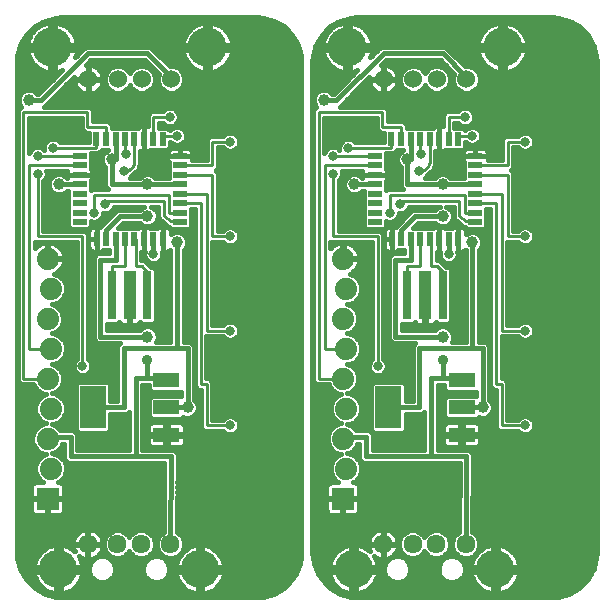
<source format=gtl>
G75*
%MOIN*%
%OFA0B0*%
%FSLAX25Y25*%
%IPPOS*%
%LPD*%
%AMOC8*
5,1,8,0,0,1.08239X$1,22.5*
%
%ADD10R,0.08800X0.04800*%
%ADD11R,0.08661X0.14173*%
%ADD12R,0.07400X0.07400*%
%ADD13C,0.07400*%
%ADD14R,0.01969X0.04724*%
%ADD15R,0.04724X0.01969*%
%ADD16C,0.06022*%
%ADD17C,0.13055*%
%ADD18C,0.06337*%
%ADD19C,0.12661*%
%ADD20R,0.02756X0.16142*%
%ADD21R,0.03937X0.16142*%
%ADD22C,0.03175*%
%ADD23C,0.01000*%
%ADD24C,0.01600*%
%ADD25C,0.03962*%
%ADD26C,0.03569*%
D10*
X0053370Y0116316D03*
X0053370Y0125416D03*
X0053370Y0134516D03*
X0151795Y0134516D03*
X0151795Y0125416D03*
X0151795Y0116316D03*
D11*
X0127394Y0125416D03*
X0028969Y0125416D03*
D12*
X0013780Y0095022D03*
X0112206Y0095022D03*
D13*
X0113206Y0105022D03*
X0112206Y0115022D03*
X0113206Y0125022D03*
X0112206Y0135022D03*
X0113206Y0145022D03*
X0112206Y0155022D03*
X0113206Y0165022D03*
X0112233Y0175022D03*
X0014780Y0165022D03*
X0013808Y0175022D03*
X0013780Y0155022D03*
X0014780Y0145022D03*
X0013780Y0135022D03*
X0014780Y0125022D03*
X0013780Y0115022D03*
X0014780Y0105022D03*
D14*
X0030146Y0181518D03*
X0033296Y0181518D03*
X0036446Y0181518D03*
X0039595Y0181518D03*
X0042745Y0181518D03*
X0045894Y0181518D03*
X0049044Y0181518D03*
X0052194Y0181518D03*
X0052194Y0214983D03*
X0049044Y0214983D03*
X0045894Y0214983D03*
X0042745Y0214983D03*
X0039595Y0214983D03*
X0036446Y0214983D03*
X0033296Y0214983D03*
X0029950Y0214983D03*
X0128375Y0214983D03*
X0131721Y0214983D03*
X0134871Y0214983D03*
X0138020Y0214983D03*
X0141170Y0214983D03*
X0144320Y0214983D03*
X0147469Y0214983D03*
X0150619Y0214983D03*
X0150619Y0181518D03*
X0147469Y0181518D03*
X0144320Y0181518D03*
X0141170Y0181518D03*
X0138020Y0181518D03*
X0134871Y0181518D03*
X0131721Y0181518D03*
X0128572Y0181518D03*
D15*
X0122863Y0187227D03*
X0122863Y0190376D03*
X0122863Y0193526D03*
X0122863Y0196676D03*
X0122863Y0199825D03*
X0122863Y0202975D03*
X0122863Y0206124D03*
X0122863Y0209274D03*
X0156328Y0209274D03*
X0156328Y0206124D03*
X0156328Y0202975D03*
X0156328Y0199825D03*
X0156328Y0196676D03*
X0156328Y0193526D03*
X0156328Y0190376D03*
X0156328Y0187227D03*
X0057902Y0187227D03*
X0057902Y0190376D03*
X0057902Y0193526D03*
X0057902Y0196676D03*
X0057902Y0199825D03*
X0057902Y0202975D03*
X0057902Y0206124D03*
X0057902Y0209274D03*
X0024438Y0209274D03*
X0024438Y0206124D03*
X0024438Y0202975D03*
X0024438Y0199825D03*
X0024438Y0196676D03*
X0024438Y0193526D03*
X0024438Y0190376D03*
X0024438Y0187227D03*
D16*
X0027391Y0234825D03*
X0037233Y0234825D03*
X0045107Y0234825D03*
X0054950Y0234825D03*
X0125816Y0234825D03*
X0135658Y0234825D03*
X0143532Y0234825D03*
X0153375Y0234825D03*
D17*
X0165461Y0245494D03*
X0113729Y0245494D03*
X0067036Y0245494D03*
X0015304Y0245494D03*
D18*
X0027194Y0079865D03*
X0037036Y0079865D03*
X0044910Y0079865D03*
X0054753Y0079865D03*
X0125619Y0079865D03*
X0135461Y0079865D03*
X0143335Y0079865D03*
X0153178Y0079865D03*
D19*
X0163020Y0071479D03*
X0115776Y0071479D03*
X0064595Y0071479D03*
X0017351Y0071479D03*
D20*
X0035265Y0162817D03*
X0047076Y0162817D03*
X0133690Y0162817D03*
X0145501Y0162817D03*
D21*
X0139595Y0162817D03*
X0041170Y0162817D03*
D22*
X0049044Y0176597D03*
X0061446Y0183290D03*
X0070698Y0178565D03*
X0074635Y0182502D03*
X0074635Y0151006D03*
X0070304Y0147069D03*
X0074635Y0119510D03*
X0060855Y0109668D03*
X0029359Y0113605D03*
X0025422Y0139195D03*
X0029359Y0145101D03*
X0019123Y0186636D03*
X0029359Y0190376D03*
X0032902Y0193132D03*
X0039202Y0204156D03*
X0039792Y0210061D03*
X0029359Y0208093D03*
X0023454Y0219904D03*
X0015580Y0212030D03*
X0010461Y0209274D03*
X0010461Y0203369D03*
X0054556Y0222266D03*
X0056918Y0215967D03*
X0074635Y0213998D03*
X0108887Y0209274D03*
X0114005Y0212030D03*
X0108887Y0203369D03*
X0117548Y0186636D03*
X0127784Y0190376D03*
X0131328Y0193132D03*
X0137627Y0204156D03*
X0138217Y0210061D03*
X0127784Y0208093D03*
X0121879Y0219904D03*
X0147469Y0176597D03*
X0159871Y0183290D03*
X0169123Y0178565D03*
X0173060Y0182502D03*
X0173060Y0151006D03*
X0168729Y0147069D03*
X0173060Y0119510D03*
X0159280Y0109668D03*
X0127784Y0113605D03*
X0123847Y0139195D03*
X0127784Y0145101D03*
X0173060Y0213998D03*
X0155343Y0215967D03*
X0152981Y0222266D03*
D23*
X0147469Y0222266D01*
X0147469Y0214983D01*
X0150619Y0214983D02*
X0150619Y0215967D01*
X0155343Y0215967D01*
X0156328Y0206124D02*
X0167154Y0206124D01*
X0167154Y0213998D01*
X0173060Y0213998D01*
X0167154Y0202975D02*
X0156328Y0202975D01*
X0156328Y0196676D02*
X0165186Y0196676D01*
X0165186Y0151006D01*
X0173060Y0151006D01*
X0163217Y0135258D02*
X0163217Y0133290D01*
X0165186Y0133290D01*
X0165186Y0119510D01*
X0173060Y0119510D01*
X0163217Y0135258D02*
X0163217Y0193526D01*
X0156328Y0193526D01*
X0156328Y0190376D02*
X0152784Y0190376D01*
X0152784Y0196282D01*
X0127784Y0196282D01*
X0127784Y0190376D01*
X0131328Y0193132D02*
X0131328Y0194313D01*
X0151013Y0194313D01*
X0151013Y0189392D01*
X0153375Y0187424D01*
X0156131Y0187424D01*
X0156328Y0187227D01*
X0167154Y0182502D02*
X0167154Y0202975D01*
X0167154Y0182502D02*
X0173060Y0182502D01*
X0145501Y0170691D02*
X0145501Y0162817D01*
X0145501Y0170691D02*
X0143532Y0172660D01*
X0141564Y0172660D01*
X0141564Y0181518D01*
X0141170Y0181518D01*
X0138020Y0181518D02*
X0138020Y0172660D01*
X0133690Y0172660D01*
X0133690Y0162817D01*
X0123847Y0182502D02*
X0108887Y0182502D01*
X0108887Y0203369D01*
X0106131Y0206124D02*
X0122863Y0206124D01*
X0122863Y0209274D02*
X0108887Y0209274D01*
X0106131Y0206124D02*
X0106131Y0145022D01*
X0113206Y0145022D01*
X0112206Y0135022D02*
X0104162Y0135022D01*
X0104162Y0223841D01*
X0125422Y0223841D01*
X0125422Y0218920D01*
X0131721Y0218920D01*
X0131721Y0214983D01*
X0128375Y0214983D02*
X0128375Y0212030D01*
X0114005Y0212030D01*
X0122863Y0210061D02*
X0122863Y0209274D01*
X0137627Y0204156D02*
X0137743Y0204158D01*
X0137859Y0204164D01*
X0137974Y0204173D01*
X0138089Y0204186D01*
X0138204Y0204203D01*
X0138318Y0204224D01*
X0138432Y0204249D01*
X0138544Y0204277D01*
X0138655Y0204309D01*
X0138766Y0204344D01*
X0138875Y0204383D01*
X0138983Y0204426D01*
X0139089Y0204472D01*
X0139194Y0204521D01*
X0139297Y0204574D01*
X0139399Y0204631D01*
X0139498Y0204690D01*
X0139595Y0204753D01*
X0139691Y0204819D01*
X0139784Y0204888D01*
X0139875Y0204960D01*
X0139963Y0205035D01*
X0140049Y0205113D01*
X0140132Y0205194D01*
X0140213Y0205277D01*
X0140291Y0205363D01*
X0140366Y0205451D01*
X0140438Y0205542D01*
X0140507Y0205635D01*
X0140573Y0205731D01*
X0140636Y0205828D01*
X0140695Y0205928D01*
X0140752Y0206029D01*
X0140805Y0206132D01*
X0140854Y0206237D01*
X0140900Y0206343D01*
X0140943Y0206451D01*
X0140982Y0206560D01*
X0141017Y0206671D01*
X0141049Y0206782D01*
X0141077Y0206894D01*
X0141102Y0207008D01*
X0141123Y0207122D01*
X0141140Y0207237D01*
X0141153Y0207352D01*
X0141162Y0207467D01*
X0141168Y0207583D01*
X0141170Y0207699D01*
X0141170Y0214983D01*
X0138020Y0214983D02*
X0137981Y0214981D01*
X0137943Y0214975D01*
X0137906Y0214966D01*
X0137869Y0214953D01*
X0137834Y0214936D01*
X0137801Y0214917D01*
X0137770Y0214894D01*
X0137741Y0214868D01*
X0137715Y0214839D01*
X0137692Y0214808D01*
X0137673Y0214775D01*
X0137656Y0214740D01*
X0137643Y0214703D01*
X0137634Y0214666D01*
X0137628Y0214628D01*
X0137626Y0214589D01*
X0137627Y0214589D02*
X0138217Y0210061D01*
X0123847Y0182502D02*
X0123847Y0139195D01*
X0074635Y0151006D02*
X0066761Y0151006D01*
X0066761Y0196676D01*
X0057902Y0196676D01*
X0057902Y0193526D02*
X0064792Y0193526D01*
X0064792Y0135258D01*
X0064792Y0133290D01*
X0066761Y0133290D01*
X0066761Y0119510D01*
X0074635Y0119510D01*
X0047076Y0162817D02*
X0047076Y0170691D01*
X0045107Y0172660D01*
X0043139Y0172660D01*
X0043139Y0181518D01*
X0042745Y0181518D01*
X0039595Y0181518D02*
X0039595Y0172660D01*
X0035265Y0172660D01*
X0035265Y0162817D01*
X0025422Y0182502D02*
X0010461Y0182502D01*
X0010461Y0203369D01*
X0007706Y0206124D02*
X0024438Y0206124D01*
X0024438Y0209274D02*
X0010461Y0209274D01*
X0007706Y0206124D02*
X0007706Y0145022D01*
X0014780Y0145022D01*
X0013780Y0135022D02*
X0005737Y0135022D01*
X0005737Y0223841D01*
X0026997Y0223841D01*
X0026997Y0218920D01*
X0033296Y0218920D01*
X0033296Y0214983D01*
X0029950Y0214983D02*
X0029950Y0212030D01*
X0015580Y0212030D01*
X0024438Y0210061D02*
X0024438Y0209274D01*
X0029359Y0196282D02*
X0029359Y0190376D01*
X0032902Y0193132D02*
X0032902Y0194313D01*
X0052587Y0194313D01*
X0052587Y0189392D01*
X0054950Y0187424D01*
X0057706Y0187424D01*
X0057902Y0187227D01*
X0057902Y0190376D02*
X0054359Y0190376D01*
X0054359Y0196282D01*
X0029359Y0196282D01*
X0025422Y0182502D02*
X0025422Y0139195D01*
X0068729Y0182502D02*
X0068729Y0202975D01*
X0057902Y0202975D01*
X0057902Y0206124D02*
X0068729Y0206124D01*
X0068729Y0213998D01*
X0074635Y0213998D01*
X0056918Y0215967D02*
X0052194Y0215967D01*
X0052194Y0214983D01*
X0049044Y0214983D02*
X0049044Y0222266D01*
X0054556Y0222266D01*
X0042745Y0214983D02*
X0042745Y0207699D01*
X0042743Y0207583D01*
X0042737Y0207467D01*
X0042728Y0207352D01*
X0042715Y0207237D01*
X0042698Y0207122D01*
X0042677Y0207008D01*
X0042652Y0206894D01*
X0042624Y0206782D01*
X0042592Y0206671D01*
X0042557Y0206560D01*
X0042518Y0206451D01*
X0042475Y0206343D01*
X0042429Y0206237D01*
X0042380Y0206132D01*
X0042327Y0206029D01*
X0042270Y0205928D01*
X0042211Y0205828D01*
X0042148Y0205731D01*
X0042082Y0205635D01*
X0042013Y0205542D01*
X0041941Y0205451D01*
X0041866Y0205363D01*
X0041788Y0205277D01*
X0041707Y0205194D01*
X0041624Y0205113D01*
X0041538Y0205035D01*
X0041450Y0204960D01*
X0041359Y0204888D01*
X0041266Y0204819D01*
X0041170Y0204753D01*
X0041073Y0204690D01*
X0040974Y0204631D01*
X0040872Y0204574D01*
X0040769Y0204521D01*
X0040664Y0204472D01*
X0040558Y0204426D01*
X0040450Y0204383D01*
X0040341Y0204344D01*
X0040230Y0204309D01*
X0040119Y0204277D01*
X0040007Y0204249D01*
X0039893Y0204224D01*
X0039779Y0204203D01*
X0039664Y0204186D01*
X0039549Y0204173D01*
X0039434Y0204164D01*
X0039318Y0204158D01*
X0039202Y0204156D01*
X0039792Y0210061D02*
X0039202Y0214589D01*
X0039201Y0214589D02*
X0039203Y0214628D01*
X0039209Y0214666D01*
X0039218Y0214703D01*
X0039231Y0214740D01*
X0039248Y0214775D01*
X0039267Y0214808D01*
X0039290Y0214839D01*
X0039316Y0214868D01*
X0039345Y0214894D01*
X0039376Y0214917D01*
X0039409Y0214936D01*
X0039444Y0214953D01*
X0039481Y0214966D01*
X0039518Y0214975D01*
X0039556Y0214981D01*
X0039595Y0214983D01*
X0068729Y0182502D02*
X0074635Y0182502D01*
D24*
X0016558Y0062383D02*
X0012800Y0063390D01*
X0009431Y0065335D01*
X0006680Y0068086D01*
X0004734Y0071455D01*
X0003727Y0075213D01*
X0003600Y0077158D01*
X0003600Y0240602D01*
X0003727Y0242547D01*
X0004734Y0246305D01*
X0006680Y0249675D01*
X0009431Y0252426D01*
X0012800Y0254371D01*
X0016558Y0255378D01*
X0018503Y0255506D01*
X0083522Y0255506D01*
X0085467Y0255378D01*
X0089225Y0254371D01*
X0092594Y0252426D01*
X0095345Y0249675D01*
X0097291Y0246305D01*
X0098298Y0242547D01*
X0098425Y0240602D01*
X0098425Y0077158D01*
X0098298Y0075213D01*
X0097291Y0071455D01*
X0095345Y0068086D01*
X0092594Y0065335D01*
X0089225Y0063390D01*
X0085467Y0062383D01*
X0083522Y0062255D01*
X0018503Y0062255D01*
X0016558Y0062383D01*
X0016551Y0063383D02*
X0015762Y0063487D01*
X0014732Y0063763D01*
X0013747Y0064171D01*
X0012824Y0064704D01*
X0011979Y0065353D01*
X0011225Y0066106D01*
X0010576Y0066952D01*
X0010043Y0067875D01*
X0009635Y0068860D01*
X0009360Y0069889D01*
X0009256Y0070679D01*
X0016551Y0070679D01*
X0016551Y0072279D01*
X0016551Y0079574D01*
X0015762Y0079470D01*
X0014732Y0079194D01*
X0013747Y0078787D01*
X0012824Y0078254D01*
X0011979Y0077605D01*
X0011225Y0076851D01*
X0010576Y0076006D01*
X0010043Y0075083D01*
X0009635Y0074098D01*
X0009360Y0073068D01*
X0009256Y0072279D01*
X0016551Y0072279D01*
X0018151Y0072279D01*
X0018151Y0079574D01*
X0018941Y0079470D01*
X0019970Y0079194D01*
X0020955Y0078787D01*
X0021878Y0078254D01*
X0022724Y0077605D01*
X0022816Y0077513D01*
X0022589Y0077957D01*
X0022348Y0078701D01*
X0022225Y0079474D01*
X0022225Y0079680D01*
X0027009Y0079680D01*
X0027009Y0080049D01*
X0022225Y0080049D01*
X0022225Y0080256D01*
X0022348Y0081028D01*
X0022589Y0081772D01*
X0022944Y0082469D01*
X0023404Y0083101D01*
X0023957Y0083654D01*
X0024590Y0084114D01*
X0025286Y0084469D01*
X0026030Y0084711D01*
X0026803Y0084833D01*
X0027009Y0084833D01*
X0027009Y0080049D01*
X0027378Y0080049D01*
X0027378Y0084833D01*
X0027585Y0084833D01*
X0028357Y0084711D01*
X0029101Y0084469D01*
X0029798Y0084114D01*
X0030430Y0083654D01*
X0030983Y0083101D01*
X0031443Y0082469D01*
X0031798Y0081772D01*
X0032040Y0081028D01*
X0032162Y0080256D01*
X0032162Y0080049D01*
X0027378Y0080049D01*
X0027378Y0079680D01*
X0027378Y0074896D01*
X0027585Y0074896D01*
X0028357Y0075018D01*
X0029101Y0075260D01*
X0029798Y0075615D01*
X0030430Y0076075D01*
X0030983Y0076628D01*
X0031443Y0077260D01*
X0031798Y0077957D01*
X0032040Y0078701D01*
X0032162Y0079474D01*
X0032162Y0079680D01*
X0027378Y0079680D01*
X0027009Y0079680D01*
X0027009Y0074896D01*
X0026803Y0074896D01*
X0026030Y0075018D01*
X0025286Y0075260D01*
X0024590Y0075615D01*
X0024180Y0075913D01*
X0024659Y0075083D01*
X0025067Y0074098D01*
X0025343Y0073068D01*
X0025447Y0072279D01*
X0018151Y0072279D01*
X0018151Y0070679D01*
X0025447Y0070679D01*
X0025343Y0069889D01*
X0025067Y0068860D01*
X0024659Y0067875D01*
X0024126Y0066952D01*
X0023477Y0066106D01*
X0022724Y0065353D01*
X0021878Y0064704D01*
X0020955Y0064171D01*
X0019970Y0063763D01*
X0018941Y0063487D01*
X0018151Y0063383D01*
X0018151Y0070679D01*
X0016551Y0070679D01*
X0016551Y0063383D01*
X0016551Y0063652D02*
X0018151Y0063652D01*
X0019557Y0063652D02*
X0062390Y0063652D01*
X0061976Y0063763D02*
X0063006Y0063487D01*
X0063795Y0063383D01*
X0063795Y0070679D01*
X0056500Y0070679D01*
X0056604Y0069889D01*
X0056880Y0068860D01*
X0057287Y0067875D01*
X0057820Y0066952D01*
X0058469Y0066106D01*
X0059223Y0065353D01*
X0060068Y0064704D01*
X0060991Y0064171D01*
X0061976Y0063763D01*
X0063795Y0063652D02*
X0065395Y0063652D01*
X0065395Y0063383D02*
X0066185Y0063487D01*
X0067214Y0063763D01*
X0068199Y0064171D01*
X0069122Y0064704D01*
X0069968Y0065353D01*
X0070721Y0066106D01*
X0071370Y0066952D01*
X0071903Y0067875D01*
X0072311Y0068860D01*
X0072587Y0069889D01*
X0072691Y0070679D01*
X0065395Y0070679D01*
X0065395Y0063383D01*
X0066801Y0063652D02*
X0089680Y0063652D01*
X0092449Y0065251D02*
X0069835Y0065251D01*
X0071291Y0066849D02*
X0094109Y0066849D01*
X0095554Y0068448D02*
X0072140Y0068448D01*
X0072608Y0070046D02*
X0096477Y0070046D01*
X0097342Y0071645D02*
X0065395Y0071645D01*
X0065395Y0072279D02*
X0065395Y0070679D01*
X0063795Y0070679D01*
X0063795Y0072279D01*
X0063795Y0079574D01*
X0063006Y0079470D01*
X0061976Y0079194D01*
X0060991Y0078787D01*
X0060068Y0078254D01*
X0059223Y0077605D01*
X0058469Y0076851D01*
X0057820Y0076006D01*
X0057287Y0075083D01*
X0056880Y0074098D01*
X0056604Y0073068D01*
X0056500Y0072279D01*
X0063795Y0072279D01*
X0065395Y0072279D01*
X0065395Y0079574D01*
X0066185Y0079470D01*
X0067214Y0079194D01*
X0068199Y0078787D01*
X0069122Y0078254D01*
X0069968Y0077605D01*
X0070721Y0076851D01*
X0071370Y0076006D01*
X0071903Y0075083D01*
X0072311Y0074098D01*
X0072587Y0073068D01*
X0072691Y0072279D01*
X0065395Y0072279D01*
X0065395Y0073243D02*
X0063795Y0073243D01*
X0063795Y0071645D02*
X0054387Y0071645D01*
X0054387Y0072346D02*
X0054387Y0070612D01*
X0053724Y0069010D01*
X0052498Y0067783D01*
X0050895Y0067120D01*
X0049161Y0067120D01*
X0047559Y0067783D01*
X0046333Y0069010D01*
X0045669Y0070612D01*
X0045669Y0072346D01*
X0046333Y0073948D01*
X0047559Y0075174D01*
X0049161Y0075838D01*
X0050895Y0075838D01*
X0052498Y0075174D01*
X0053724Y0073948D01*
X0054387Y0072346D01*
X0054016Y0073243D02*
X0056651Y0073243D01*
X0057188Y0074842D02*
X0052830Y0074842D01*
X0053844Y0075296D02*
X0055661Y0075296D01*
X0057341Y0075992D01*
X0058626Y0077277D01*
X0059321Y0078956D01*
X0059321Y0080773D01*
X0058626Y0082452D01*
X0057341Y0083738D01*
X0056980Y0083887D01*
X0057143Y0108199D01*
X0057150Y0108205D01*
X0057150Y0109110D01*
X0057156Y0110013D01*
X0057150Y0110019D01*
X0057150Y0110028D01*
X0056510Y0110667D01*
X0055876Y0111310D01*
X0055867Y0111310D01*
X0055861Y0111317D01*
X0054957Y0111317D01*
X0054053Y0111323D01*
X0054047Y0111317D01*
X0045339Y0111317D01*
X0045339Y0133058D01*
X0047570Y0133058D01*
X0047570Y0131536D01*
X0048390Y0130716D01*
X0058261Y0130716D01*
X0058261Y0129216D01*
X0048390Y0129216D01*
X0047570Y0128396D01*
X0047570Y0122436D01*
X0048390Y0121616D01*
X0058350Y0121616D01*
X0059068Y0122333D01*
X0059789Y0122035D01*
X0061134Y0122035D01*
X0062377Y0122549D01*
X0063328Y0123501D01*
X0063843Y0124743D01*
X0063843Y0126088D01*
X0063328Y0127331D01*
X0062661Y0127997D01*
X0062661Y0146012D01*
X0061373Y0147301D01*
X0059118Y0147301D01*
X0059118Y0177952D01*
X0059784Y0178619D01*
X0060299Y0179861D01*
X0060299Y0181206D01*
X0059784Y0182449D01*
X0058833Y0183400D01*
X0057591Y0183915D01*
X0056246Y0183915D01*
X0055003Y0183400D01*
X0054978Y0183375D01*
X0054978Y0184117D01*
X0054855Y0184575D01*
X0054618Y0184986D01*
X0054283Y0185321D01*
X0053873Y0185558D01*
X0053415Y0185680D01*
X0052194Y0185680D01*
X0052194Y0181518D01*
X0052194Y0177356D01*
X0053415Y0177356D01*
X0053873Y0177479D01*
X0054283Y0177716D01*
X0054618Y0178051D01*
X0054619Y0178052D01*
X0054718Y0177952D01*
X0054718Y0147301D01*
X0050016Y0147301D01*
X0050457Y0148365D01*
X0050457Y0149710D01*
X0049942Y0150953D01*
X0048991Y0151904D01*
X0047748Y0152419D01*
X0046403Y0152419D01*
X0045160Y0151904D01*
X0044494Y0151238D01*
X0033528Y0151238D01*
X0033528Y0153346D01*
X0037222Y0153346D01*
X0037672Y0153796D01*
X0037761Y0153641D01*
X0038096Y0153306D01*
X0038507Y0153069D01*
X0038965Y0152946D01*
X0040986Y0152946D01*
X0040986Y0162633D01*
X0041354Y0162633D01*
X0041354Y0152946D01*
X0043376Y0152946D01*
X0043833Y0153069D01*
X0044244Y0153306D01*
X0044579Y0153641D01*
X0044668Y0153796D01*
X0045118Y0153346D01*
X0049033Y0153346D01*
X0049854Y0154167D01*
X0049854Y0171468D01*
X0049033Y0172288D01*
X0048166Y0172288D01*
X0047863Y0172591D01*
X0045894Y0174560D01*
X0045039Y0174560D01*
X0045039Y0177356D01*
X0045894Y0177356D01*
X0045894Y0181518D01*
X0045895Y0181518D01*
X0045895Y0177356D01*
X0046125Y0177356D01*
X0046057Y0177191D01*
X0046057Y0176003D01*
X0046511Y0174905D01*
X0047352Y0174064D01*
X0048450Y0173609D01*
X0049638Y0173609D01*
X0050736Y0174064D01*
X0051577Y0174905D01*
X0052031Y0176003D01*
X0052031Y0177191D01*
X0051963Y0177356D01*
X0052194Y0177356D01*
X0052194Y0181518D01*
X0052194Y0181518D01*
X0052194Y0181518D01*
X0052194Y0185680D01*
X0050972Y0185680D01*
X0050515Y0185558D01*
X0050104Y0185321D01*
X0050064Y0185280D01*
X0048024Y0185280D01*
X0047984Y0185321D01*
X0047574Y0185558D01*
X0047116Y0185680D01*
X0045895Y0185680D01*
X0045895Y0181518D01*
X0045894Y0181518D01*
X0045894Y0185680D01*
X0044673Y0185680D01*
X0044215Y0185558D01*
X0043805Y0185321D01*
X0043765Y0185280D01*
X0041181Y0185280D01*
X0041170Y0185270D01*
X0041159Y0185280D01*
X0038031Y0185280D01*
X0038020Y0185270D01*
X0038010Y0185280D01*
X0037119Y0185280D01*
X0038762Y0186995D01*
X0044494Y0186995D01*
X0045160Y0186329D01*
X0046403Y0185814D01*
X0047748Y0185814D01*
X0048991Y0186329D01*
X0049942Y0187280D01*
X0050457Y0188523D01*
X0050457Y0189868D01*
X0049942Y0191111D01*
X0048991Y0192062D01*
X0048142Y0192413D01*
X0050687Y0192413D01*
X0050687Y0190080D01*
X0050624Y0190004D01*
X0050687Y0189306D01*
X0050687Y0188605D01*
X0050757Y0188535D01*
X0050766Y0188436D01*
X0051305Y0187988D01*
X0051800Y0187492D01*
X0051900Y0187492D01*
X0053667Y0186019D01*
X0054163Y0185524D01*
X0054262Y0185524D01*
X0054338Y0185460D01*
X0054342Y0185461D01*
X0054960Y0184843D01*
X0060844Y0184843D01*
X0061665Y0185663D01*
X0061665Y0188791D01*
X0061654Y0188802D01*
X0061665Y0188812D01*
X0061665Y0191626D01*
X0062892Y0191626D01*
X0062892Y0132503D01*
X0064005Y0131390D01*
X0064861Y0131390D01*
X0064861Y0118723D01*
X0065974Y0117610D01*
X0072310Y0117610D01*
X0072942Y0116978D01*
X0074040Y0116523D01*
X0075229Y0116523D01*
X0076327Y0116978D01*
X0077167Y0117818D01*
X0077622Y0118916D01*
X0077622Y0120104D01*
X0077167Y0121202D01*
X0076327Y0122043D01*
X0075229Y0122498D01*
X0074040Y0122498D01*
X0072942Y0122043D01*
X0072310Y0121410D01*
X0068661Y0121410D01*
X0068661Y0134077D01*
X0067548Y0135190D01*
X0066692Y0135190D01*
X0066692Y0149106D01*
X0072310Y0149106D01*
X0072942Y0148474D01*
X0074040Y0148019D01*
X0075229Y0148019D01*
X0076327Y0148474D01*
X0077167Y0149314D01*
X0077622Y0150412D01*
X0077622Y0151601D01*
X0077167Y0152699D01*
X0076327Y0153539D01*
X0075229Y0153994D01*
X0074040Y0153994D01*
X0072942Y0153539D01*
X0072310Y0152906D01*
X0068661Y0152906D01*
X0068661Y0180602D01*
X0072310Y0180602D01*
X0072942Y0179970D01*
X0074040Y0179515D01*
X0075229Y0179515D01*
X0076327Y0179970D01*
X0077167Y0180810D01*
X0077622Y0181908D01*
X0077622Y0183097D01*
X0077167Y0184195D01*
X0076327Y0185035D01*
X0075229Y0185490D01*
X0074040Y0185490D01*
X0072942Y0185035D01*
X0072310Y0184402D01*
X0070629Y0184402D01*
X0070629Y0203762D01*
X0069841Y0204550D01*
X0070629Y0205337D01*
X0070629Y0212098D01*
X0072310Y0212098D01*
X0072942Y0211466D01*
X0074040Y0211011D01*
X0075229Y0211011D01*
X0076327Y0211466D01*
X0077167Y0212306D01*
X0077622Y0213404D01*
X0077622Y0214593D01*
X0077167Y0215691D01*
X0076327Y0216531D01*
X0075229Y0216986D01*
X0074040Y0216986D01*
X0072942Y0216531D01*
X0072310Y0215898D01*
X0067942Y0215898D01*
X0066829Y0214785D01*
X0066829Y0208024D01*
X0062057Y0208024D01*
X0062065Y0208053D01*
X0062065Y0209274D01*
X0062065Y0210495D01*
X0061942Y0210953D01*
X0061705Y0211363D01*
X0061370Y0211699D01*
X0060959Y0211936D01*
X0060502Y0212058D01*
X0057902Y0212058D01*
X0055303Y0212058D01*
X0054845Y0211936D01*
X0054435Y0211699D01*
X0054100Y0211363D01*
X0053863Y0210953D01*
X0053740Y0210495D01*
X0053740Y0209274D01*
X0053740Y0208053D01*
X0053863Y0207595D01*
X0054100Y0207185D01*
X0054140Y0207144D01*
X0054140Y0204560D01*
X0054151Y0204550D01*
X0054140Y0204539D01*
X0054140Y0202025D01*
X0049657Y0202025D01*
X0048991Y0202692D01*
X0047748Y0203206D01*
X0046403Y0203206D01*
X0045160Y0202692D01*
X0044494Y0202025D01*
X0041296Y0202025D01*
X0041734Y0202464D01*
X0041931Y0202938D01*
X0042285Y0203085D01*
X0043816Y0204616D01*
X0044645Y0206616D01*
X0044645Y0210828D01*
X0044673Y0210820D01*
X0045894Y0210820D01*
X0045894Y0214983D01*
X0045894Y0219145D01*
X0044673Y0219145D01*
X0044215Y0219022D01*
X0043805Y0218785D01*
X0043765Y0218745D01*
X0041181Y0218745D01*
X0041170Y0218734D01*
X0041159Y0218745D01*
X0038031Y0218745D01*
X0038020Y0218734D01*
X0038010Y0218745D01*
X0035196Y0218745D01*
X0035196Y0219707D01*
X0034083Y0220820D01*
X0028897Y0220820D01*
X0028897Y0224628D01*
X0027784Y0225741D01*
X0012717Y0225741D01*
X0022655Y0235679D01*
X0022580Y0235204D01*
X0022580Y0234931D01*
X0027285Y0234931D01*
X0027285Y0239636D01*
X0027012Y0239636D01*
X0026537Y0239561D01*
X0028302Y0241326D01*
X0046164Y0241326D01*
X0050904Y0236586D01*
X0050539Y0235703D01*
X0050539Y0233948D01*
X0051210Y0232327D01*
X0052451Y0231086D01*
X0054072Y0230414D01*
X0055827Y0230414D01*
X0057448Y0231086D01*
X0058689Y0232327D01*
X0059361Y0233948D01*
X0059361Y0235703D01*
X0058689Y0237324D01*
X0057448Y0238565D01*
X0055827Y0239236D01*
X0054477Y0239236D01*
X0047987Y0245726D01*
X0026479Y0245726D01*
X0025191Y0244437D01*
X0022953Y0242199D01*
X0023206Y0242812D01*
X0023489Y0243866D01*
X0023598Y0244694D01*
X0016104Y0244694D01*
X0016104Y0237200D01*
X0016932Y0237309D01*
X0017986Y0237592D01*
X0018599Y0237846D01*
X0010731Y0229978D01*
X0010287Y0229978D01*
X0009424Y0230841D01*
X0008181Y0231356D01*
X0006836Y0231356D01*
X0005593Y0230841D01*
X0004642Y0229890D01*
X0004128Y0228647D01*
X0004128Y0227302D01*
X0004642Y0226060D01*
X0004961Y0225741D01*
X0004950Y0225741D01*
X0003837Y0224628D01*
X0003837Y0134235D01*
X0004950Y0133122D01*
X0009047Y0133122D01*
X0009457Y0132133D01*
X0010891Y0130698D01*
X0012766Y0129922D01*
X0013283Y0129922D01*
X0011891Y0129346D01*
X0010457Y0127911D01*
X0009680Y0126037D01*
X0009680Y0124008D01*
X0010457Y0122133D01*
X0011891Y0120698D01*
X0013283Y0120122D01*
X0012766Y0120122D01*
X0010891Y0119346D01*
X0009457Y0117911D01*
X0008680Y0116037D01*
X0008680Y0114008D01*
X0009457Y0112133D01*
X0010891Y0110698D01*
X0012766Y0109922D01*
X0013283Y0109922D01*
X0011891Y0109346D01*
X0010457Y0107911D01*
X0009680Y0106037D01*
X0009680Y0104008D01*
X0010457Y0102133D01*
X0011891Y0100698D01*
X0012317Y0100522D01*
X0009843Y0100522D01*
X0009386Y0100399D01*
X0008975Y0100162D01*
X0008640Y0099827D01*
X0008403Y0099417D01*
X0008280Y0098959D01*
X0008280Y0095222D01*
X0013580Y0095222D01*
X0013580Y0094822D01*
X0008280Y0094822D01*
X0008280Y0091085D01*
X0008403Y0090627D01*
X0008640Y0090217D01*
X0008975Y0089882D01*
X0009386Y0089645D01*
X0009843Y0089522D01*
X0013580Y0089522D01*
X0013580Y0094822D01*
X0013980Y0094822D01*
X0013980Y0089522D01*
X0017717Y0089522D01*
X0018175Y0089645D01*
X0018586Y0089882D01*
X0018921Y0090217D01*
X0019158Y0090627D01*
X0019280Y0091085D01*
X0019280Y0094822D01*
X0013980Y0094822D01*
X0013980Y0095222D01*
X0019280Y0095222D01*
X0019280Y0098959D01*
X0019158Y0099417D01*
X0018921Y0099827D01*
X0018586Y0100162D01*
X0018175Y0100399D01*
X0017717Y0100522D01*
X0017243Y0100522D01*
X0017669Y0100698D01*
X0019104Y0102133D01*
X0019880Y0104008D01*
X0019880Y0106037D01*
X0019104Y0107911D01*
X0017669Y0109346D01*
X0015795Y0110122D01*
X0015278Y0110122D01*
X0016669Y0110698D01*
X0018104Y0112133D01*
X0018618Y0113373D01*
X0019285Y0113373D01*
X0019285Y0108205D01*
X0020574Y0106917D01*
X0052735Y0106917D01*
X0052580Y0083909D01*
X0052165Y0083738D01*
X0050880Y0082452D01*
X0050184Y0080773D01*
X0050184Y0078956D01*
X0050880Y0077277D01*
X0052165Y0075992D01*
X0053844Y0075296D01*
X0051716Y0076440D02*
X0047947Y0076440D01*
X0047498Y0075992D02*
X0048783Y0077277D01*
X0049479Y0078956D01*
X0049479Y0080773D01*
X0048783Y0082452D01*
X0047498Y0083738D01*
X0045819Y0084433D01*
X0044001Y0084433D01*
X0037946Y0084433D01*
X0037945Y0084433D02*
X0036127Y0084433D01*
X0029172Y0084433D01*
X0027378Y0084433D02*
X0027009Y0084433D01*
X0027009Y0082834D02*
X0027378Y0082834D01*
X0027378Y0081236D02*
X0027009Y0081236D01*
X0027009Y0079637D02*
X0027378Y0079637D01*
X0027378Y0078039D02*
X0027009Y0078039D01*
X0027009Y0076440D02*
X0027378Y0076440D01*
X0029116Y0074842D02*
X0024759Y0074842D01*
X0025296Y0073243D02*
X0027931Y0073243D01*
X0028223Y0073948D02*
X0027559Y0072346D01*
X0027559Y0070612D01*
X0028223Y0069010D01*
X0029449Y0067783D01*
X0031051Y0067120D01*
X0032785Y0067120D01*
X0034387Y0067783D01*
X0035614Y0069010D01*
X0036277Y0070612D01*
X0036277Y0072346D01*
X0035614Y0073948D01*
X0034387Y0075174D01*
X0032785Y0075838D01*
X0031051Y0075838D01*
X0029449Y0075174D01*
X0028223Y0073948D01*
X0027559Y0071645D02*
X0018151Y0071645D01*
X0018151Y0073243D02*
X0016551Y0073243D01*
X0016551Y0071645D02*
X0004684Y0071645D01*
X0004255Y0073243D02*
X0009406Y0073243D01*
X0009944Y0074842D02*
X0003827Y0074842D01*
X0003647Y0076440D02*
X0010910Y0076440D01*
X0012544Y0078039D02*
X0003600Y0078039D01*
X0003600Y0079637D02*
X0022225Y0079637D01*
X0022158Y0078039D02*
X0022563Y0078039D01*
X0022415Y0081236D02*
X0003600Y0081236D01*
X0003600Y0082834D02*
X0023210Y0082834D01*
X0025215Y0084433D02*
X0003600Y0084433D01*
X0003600Y0086031D02*
X0052594Y0086031D01*
X0052583Y0084433D02*
X0045820Y0084433D01*
X0044001Y0084433D02*
X0042322Y0083738D01*
X0041037Y0082452D01*
X0040973Y0082298D01*
X0040909Y0082452D01*
X0039624Y0083738D01*
X0037945Y0084433D01*
X0036127Y0084433D02*
X0034448Y0083738D01*
X0033163Y0082452D01*
X0032468Y0080773D01*
X0032468Y0078956D01*
X0033163Y0077277D01*
X0034448Y0075992D01*
X0036127Y0075296D01*
X0037945Y0075296D01*
X0039624Y0075992D01*
X0040909Y0077277D01*
X0040973Y0077431D01*
X0041037Y0077277D01*
X0042322Y0075992D01*
X0044001Y0075296D01*
X0045819Y0075296D01*
X0047498Y0075992D01*
X0047227Y0074842D02*
X0034720Y0074842D01*
X0034000Y0076440D02*
X0030796Y0076440D01*
X0031825Y0078039D02*
X0032848Y0078039D01*
X0032468Y0079637D02*
X0032162Y0079637D01*
X0031972Y0081236D02*
X0032659Y0081236D01*
X0033545Y0082834D02*
X0031177Y0082834D01*
X0035905Y0073243D02*
X0046041Y0073243D01*
X0045669Y0071645D02*
X0036277Y0071645D01*
X0036043Y0070046D02*
X0045904Y0070046D01*
X0046895Y0068448D02*
X0035052Y0068448D01*
X0028785Y0068448D02*
X0024896Y0068448D01*
X0025363Y0070046D02*
X0027793Y0070046D01*
X0024047Y0066849D02*
X0057899Y0066849D01*
X0057050Y0068448D02*
X0053162Y0068448D01*
X0054153Y0070046D02*
X0056583Y0070046D01*
X0059356Y0065251D02*
X0022591Y0065251D01*
X0018151Y0065251D02*
X0016551Y0065251D01*
X0016551Y0066849D02*
X0018151Y0066849D01*
X0018151Y0068448D02*
X0016551Y0068448D01*
X0016551Y0070046D02*
X0018151Y0070046D01*
X0018151Y0074842D02*
X0016551Y0074842D01*
X0016551Y0076440D02*
X0018151Y0076440D01*
X0018151Y0078039D02*
X0016551Y0078039D01*
X0009339Y0070046D02*
X0005548Y0070046D01*
X0006471Y0068448D02*
X0009806Y0068448D01*
X0010655Y0066849D02*
X0007916Y0066849D01*
X0009577Y0065251D02*
X0012112Y0065251D01*
X0012345Y0063652D02*
X0015146Y0063652D01*
X0003600Y0087630D02*
X0052605Y0087630D01*
X0052616Y0089228D02*
X0003600Y0089228D01*
X0003600Y0090827D02*
X0008349Y0090827D01*
X0008280Y0092425D02*
X0003600Y0092425D01*
X0003600Y0094024D02*
X0008280Y0094024D01*
X0008280Y0095622D02*
X0003600Y0095622D01*
X0003600Y0097221D02*
X0008280Y0097221D01*
X0008280Y0098819D02*
X0003600Y0098819D01*
X0003600Y0100418D02*
X0009455Y0100418D01*
X0010573Y0102016D02*
X0003600Y0102016D01*
X0003600Y0103615D02*
X0009843Y0103615D01*
X0009680Y0105213D02*
X0003600Y0105213D01*
X0003600Y0106812D02*
X0010002Y0106812D01*
X0010956Y0108410D02*
X0003600Y0108410D01*
X0003600Y0110009D02*
X0012556Y0110009D01*
X0009982Y0111607D02*
X0003600Y0111607D01*
X0003600Y0113206D02*
X0009012Y0113206D01*
X0008680Y0114805D02*
X0003600Y0114805D01*
X0003600Y0116403D02*
X0008832Y0116403D01*
X0009547Y0118002D02*
X0003600Y0118002D01*
X0003600Y0119600D02*
X0011506Y0119600D01*
X0011391Y0121199D02*
X0003600Y0121199D01*
X0003600Y0122797D02*
X0010182Y0122797D01*
X0009680Y0124396D02*
X0003600Y0124396D01*
X0003600Y0125994D02*
X0009680Y0125994D01*
X0010325Y0127593D02*
X0003600Y0127593D01*
X0003600Y0129191D02*
X0011737Y0129191D01*
X0010800Y0130790D02*
X0003600Y0130790D01*
X0003600Y0132388D02*
X0009351Y0132388D01*
X0004085Y0133987D02*
X0003600Y0133987D01*
X0003600Y0135585D02*
X0003837Y0135585D01*
X0003837Y0137184D02*
X0003600Y0137184D01*
X0003600Y0138782D02*
X0003837Y0138782D01*
X0003837Y0140381D02*
X0003600Y0140381D01*
X0003600Y0141979D02*
X0003837Y0141979D01*
X0003837Y0143578D02*
X0003600Y0143578D01*
X0003600Y0145176D02*
X0003837Y0145176D01*
X0003837Y0146775D02*
X0003600Y0146775D01*
X0003600Y0148373D02*
X0003837Y0148373D01*
X0003837Y0149972D02*
X0003600Y0149972D01*
X0003600Y0151570D02*
X0003837Y0151570D01*
X0003837Y0153169D02*
X0003600Y0153169D01*
X0003600Y0154767D02*
X0003837Y0154767D01*
X0003837Y0156366D02*
X0003600Y0156366D01*
X0003600Y0157964D02*
X0003837Y0157964D01*
X0003837Y0159563D02*
X0003600Y0159563D01*
X0003600Y0161161D02*
X0003837Y0161161D01*
X0003837Y0162760D02*
X0003600Y0162760D01*
X0003600Y0164358D02*
X0003837Y0164358D01*
X0003837Y0165957D02*
X0003600Y0165957D01*
X0003600Y0167555D02*
X0003837Y0167555D01*
X0003837Y0169154D02*
X0003600Y0169154D01*
X0003600Y0170752D02*
X0003837Y0170752D01*
X0003837Y0172351D02*
X0003600Y0172351D01*
X0003600Y0173949D02*
X0003837Y0173949D01*
X0003837Y0175548D02*
X0003600Y0175548D01*
X0003600Y0177146D02*
X0003837Y0177146D01*
X0003837Y0178745D02*
X0003600Y0178745D01*
X0003600Y0180343D02*
X0003837Y0180343D01*
X0003837Y0181942D02*
X0003600Y0181942D01*
X0003600Y0183540D02*
X0003837Y0183540D01*
X0003837Y0185139D02*
X0003600Y0185139D01*
X0003600Y0186738D02*
X0003837Y0186738D01*
X0003837Y0188336D02*
X0003600Y0188336D01*
X0003600Y0189935D02*
X0003837Y0189935D01*
X0003837Y0191533D02*
X0003600Y0191533D01*
X0003600Y0193132D02*
X0003837Y0193132D01*
X0003837Y0194730D02*
X0003600Y0194730D01*
X0003600Y0196329D02*
X0003837Y0196329D01*
X0003837Y0197927D02*
X0003600Y0197927D01*
X0003600Y0199526D02*
X0003837Y0199526D01*
X0003837Y0201124D02*
X0003600Y0201124D01*
X0003600Y0202723D02*
X0003837Y0202723D01*
X0003837Y0204321D02*
X0003600Y0204321D01*
X0003600Y0205920D02*
X0003837Y0205920D01*
X0003837Y0207518D02*
X0003600Y0207518D01*
X0003600Y0209117D02*
X0003837Y0209117D01*
X0003837Y0210715D02*
X0003600Y0210715D01*
X0003600Y0212314D02*
X0003837Y0212314D01*
X0003837Y0213912D02*
X0003600Y0213912D01*
X0003600Y0215511D02*
X0003837Y0215511D01*
X0003837Y0217109D02*
X0003600Y0217109D01*
X0003600Y0218708D02*
X0003837Y0218708D01*
X0003837Y0220306D02*
X0003600Y0220306D01*
X0003600Y0221905D02*
X0003837Y0221905D01*
X0003837Y0223503D02*
X0003600Y0223503D01*
X0003600Y0225102D02*
X0004311Y0225102D01*
X0004377Y0226700D02*
X0003600Y0226700D01*
X0003600Y0228299D02*
X0004128Y0228299D01*
X0004650Y0229897D02*
X0003600Y0229897D01*
X0003600Y0231496D02*
X0012249Y0231496D01*
X0013848Y0233094D02*
X0003600Y0233094D01*
X0003600Y0234693D02*
X0015446Y0234693D01*
X0017045Y0236291D02*
X0003600Y0236291D01*
X0003600Y0237890D02*
X0011902Y0237890D01*
X0011613Y0238010D02*
X0012621Y0237592D01*
X0013676Y0237309D01*
X0014504Y0237200D01*
X0014504Y0244694D01*
X0016104Y0244694D01*
X0016104Y0246294D01*
X0023598Y0246294D01*
X0023489Y0247123D01*
X0023206Y0248177D01*
X0022789Y0249186D01*
X0022243Y0250131D01*
X0021578Y0250997D01*
X0020806Y0251769D01*
X0019940Y0252433D01*
X0018995Y0252979D01*
X0017986Y0253397D01*
X0016932Y0253680D01*
X0016104Y0253789D01*
X0016104Y0246295D01*
X0014504Y0246295D01*
X0014504Y0253789D01*
X0013676Y0253680D01*
X0012621Y0253397D01*
X0011613Y0252979D01*
X0010667Y0252433D01*
X0009801Y0251769D01*
X0009030Y0250997D01*
X0008365Y0250131D01*
X0007819Y0249186D01*
X0007401Y0248177D01*
X0007119Y0247123D01*
X0007010Y0246294D01*
X0014504Y0246294D01*
X0014504Y0244694D01*
X0007010Y0244694D01*
X0007119Y0243866D01*
X0007401Y0242812D01*
X0007819Y0241803D01*
X0008365Y0240858D01*
X0009030Y0239992D01*
X0009801Y0239220D01*
X0010667Y0238556D01*
X0011613Y0238010D01*
X0009533Y0239488D02*
X0003600Y0239488D01*
X0003632Y0241087D02*
X0008233Y0241087D01*
X0007454Y0242685D02*
X0003764Y0242685D01*
X0004193Y0244284D02*
X0007064Y0244284D01*
X0004621Y0245882D02*
X0014504Y0245882D01*
X0014504Y0244284D02*
X0016104Y0244284D01*
X0016104Y0245882D02*
X0066236Y0245882D01*
X0066236Y0246294D02*
X0066236Y0244694D01*
X0067836Y0244694D01*
X0067836Y0237200D01*
X0068664Y0237309D01*
X0069719Y0237592D01*
X0070727Y0238010D01*
X0071673Y0238556D01*
X0072539Y0239220D01*
X0073311Y0239992D01*
X0073975Y0240858D01*
X0074521Y0241803D01*
X0074939Y0242812D01*
X0075221Y0243866D01*
X0075330Y0244694D01*
X0067836Y0244694D01*
X0067836Y0246294D01*
X0075330Y0246294D01*
X0075221Y0247123D01*
X0074939Y0248177D01*
X0074521Y0249186D01*
X0073975Y0250131D01*
X0073311Y0250997D01*
X0072539Y0251769D01*
X0071673Y0252433D01*
X0070727Y0252979D01*
X0069719Y0253397D01*
X0068664Y0253680D01*
X0067836Y0253789D01*
X0067836Y0246295D01*
X0066236Y0246295D01*
X0066236Y0253789D01*
X0065408Y0253680D01*
X0064354Y0253397D01*
X0063345Y0252979D01*
X0062400Y0252433D01*
X0061534Y0251769D01*
X0060762Y0250997D01*
X0060097Y0250131D01*
X0059551Y0249186D01*
X0059134Y0248177D01*
X0058851Y0247123D01*
X0058742Y0246294D01*
X0066236Y0246294D01*
X0066236Y0247481D02*
X0067836Y0247481D01*
X0067836Y0249079D02*
X0066236Y0249079D01*
X0066236Y0250678D02*
X0067836Y0250678D01*
X0067836Y0252276D02*
X0066236Y0252276D01*
X0062195Y0252276D02*
X0020145Y0252276D01*
X0021823Y0250678D02*
X0060517Y0250678D01*
X0059507Y0249079D02*
X0022833Y0249079D01*
X0023393Y0247481D02*
X0058947Y0247481D01*
X0058742Y0244694D02*
X0058851Y0243866D01*
X0059134Y0242812D01*
X0059551Y0241803D01*
X0060097Y0240858D01*
X0060762Y0239992D01*
X0061534Y0239220D01*
X0062400Y0238556D01*
X0063345Y0238010D01*
X0064354Y0237592D01*
X0065408Y0237309D01*
X0066236Y0237200D01*
X0066236Y0244694D01*
X0058742Y0244694D01*
X0058796Y0244284D02*
X0049429Y0244284D01*
X0051027Y0242685D02*
X0059186Y0242685D01*
X0059965Y0241087D02*
X0052626Y0241087D01*
X0054224Y0239488D02*
X0061265Y0239488D01*
X0063634Y0237890D02*
X0058123Y0237890D01*
X0059117Y0236291D02*
X0098425Y0236291D01*
X0098425Y0234693D02*
X0059361Y0234693D01*
X0059007Y0233094D02*
X0098425Y0233094D01*
X0098425Y0231496D02*
X0057858Y0231496D01*
X0054950Y0234825D02*
X0054950Y0235652D01*
X0047076Y0243526D01*
X0027391Y0243526D01*
X0011643Y0227778D01*
X0007706Y0227778D01*
X0007509Y0227975D01*
X0007637Y0221941D02*
X0025097Y0221941D01*
X0025097Y0218133D01*
X0026210Y0217020D01*
X0027565Y0217020D01*
X0027565Y0213930D01*
X0017904Y0213930D01*
X0017272Y0214563D01*
X0016174Y0215017D01*
X0014985Y0215017D01*
X0013887Y0214563D01*
X0013047Y0213722D01*
X0012592Y0212624D01*
X0012592Y0211436D01*
X0012640Y0211320D01*
X0012154Y0211807D01*
X0011056Y0212261D01*
X0009867Y0212261D01*
X0008769Y0211807D01*
X0007929Y0210966D01*
X0007637Y0210262D01*
X0007637Y0221941D01*
X0007637Y0221905D02*
X0025097Y0221905D01*
X0025097Y0220306D02*
X0007637Y0220306D01*
X0007637Y0218708D02*
X0025097Y0218708D01*
X0026120Y0217109D02*
X0007637Y0217109D01*
X0007637Y0215511D02*
X0027565Y0215511D01*
X0028200Y0210130D02*
X0030737Y0210130D01*
X0031827Y0211220D01*
X0033980Y0211220D01*
X0033349Y0210959D01*
X0032398Y0210008D01*
X0031883Y0208765D01*
X0031883Y0207420D01*
X0032398Y0206178D01*
X0033065Y0205511D01*
X0033065Y0198914D01*
X0033797Y0198182D01*
X0030146Y0198182D01*
X0028572Y0198182D01*
X0028200Y0197810D01*
X0028200Y0198240D01*
X0028189Y0198250D01*
X0028200Y0198261D01*
X0028200Y0200845D01*
X0028240Y0200885D01*
X0028477Y0201296D01*
X0028600Y0201754D01*
X0028600Y0202975D01*
X0028600Y0204196D01*
X0028477Y0204654D01*
X0028240Y0205064D01*
X0028200Y0205105D01*
X0028200Y0207689D01*
X0028189Y0207699D01*
X0028200Y0207710D01*
X0028200Y0210130D01*
X0028200Y0209117D02*
X0032029Y0209117D01*
X0031883Y0207518D02*
X0028200Y0207518D01*
X0028200Y0205920D02*
X0032656Y0205920D01*
X0033065Y0204321D02*
X0028566Y0204321D01*
X0028600Y0202975D02*
X0024438Y0202975D01*
X0024438Y0202975D01*
X0028600Y0202975D01*
X0028600Y0202723D02*
X0033065Y0202723D01*
X0033065Y0201124D02*
X0028378Y0201124D01*
X0028200Y0199526D02*
X0033065Y0199526D01*
X0035265Y0199825D02*
X0035265Y0208093D01*
X0036446Y0208093D01*
X0036446Y0214983D01*
X0033105Y0210715D02*
X0031322Y0210715D01*
X0034596Y0220306D02*
X0047144Y0220306D01*
X0047116Y0219145D02*
X0045895Y0219145D01*
X0045895Y0214983D01*
X0045894Y0214983D01*
X0045895Y0214983D01*
X0045895Y0210820D01*
X0047116Y0210820D01*
X0047574Y0210943D01*
X0047984Y0211180D01*
X0048024Y0211220D01*
X0050608Y0211220D01*
X0050619Y0211231D01*
X0050630Y0211220D01*
X0053758Y0211220D01*
X0054578Y0212041D01*
X0054578Y0214067D01*
X0054593Y0214067D01*
X0055226Y0213434D01*
X0056324Y0212980D01*
X0057512Y0212980D01*
X0058610Y0213434D01*
X0059451Y0214275D01*
X0059905Y0215373D01*
X0059905Y0216561D01*
X0059451Y0217659D01*
X0058610Y0218500D01*
X0057512Y0218954D01*
X0056324Y0218954D01*
X0055226Y0218500D01*
X0054593Y0217867D01*
X0054578Y0217867D01*
X0054578Y0217925D01*
X0053758Y0218745D01*
X0050944Y0218745D01*
X0050944Y0220366D01*
X0052231Y0220366D01*
X0052864Y0219734D01*
X0053962Y0219279D01*
X0055150Y0219279D01*
X0056248Y0219734D01*
X0057088Y0220574D01*
X0057543Y0221672D01*
X0057543Y0222860D01*
X0057088Y0223958D01*
X0056248Y0224799D01*
X0055150Y0225254D01*
X0053962Y0225254D01*
X0052864Y0224799D01*
X0052231Y0224166D01*
X0048257Y0224166D01*
X0047144Y0223053D01*
X0047144Y0219137D01*
X0047116Y0219145D01*
X0045895Y0218708D02*
X0045894Y0218708D01*
X0045894Y0217109D02*
X0045895Y0217109D01*
X0045894Y0215511D02*
X0045895Y0215511D01*
X0045894Y0213912D02*
X0045895Y0213912D01*
X0045894Y0212314D02*
X0045895Y0212314D01*
X0044645Y0210715D02*
X0053799Y0210715D01*
X0053740Y0209274D02*
X0057902Y0209274D01*
X0053740Y0209274D01*
X0053740Y0209117D02*
X0044645Y0209117D01*
X0044645Y0207518D02*
X0053907Y0207518D01*
X0054140Y0205920D02*
X0044356Y0205920D01*
X0043816Y0204616D02*
X0043816Y0204616D01*
X0043521Y0204321D02*
X0054140Y0204321D01*
X0054140Y0202723D02*
X0048916Y0202723D01*
X0047076Y0199825D02*
X0035265Y0199825D01*
X0041841Y0202723D02*
X0045235Y0202723D01*
X0042285Y0203085D02*
X0042285Y0203085D01*
X0047076Y0199825D02*
X0057902Y0199825D01*
X0061665Y0191533D02*
X0062892Y0191533D01*
X0062892Y0189935D02*
X0061665Y0189935D01*
X0061665Y0188336D02*
X0062892Y0188336D01*
X0062892Y0186738D02*
X0061665Y0186738D01*
X0061141Y0185139D02*
X0062892Y0185139D01*
X0062892Y0183540D02*
X0058495Y0183540D01*
X0059995Y0181942D02*
X0062892Y0181942D01*
X0062892Y0180343D02*
X0060299Y0180343D01*
X0059837Y0178745D02*
X0062892Y0178745D01*
X0062892Y0177146D02*
X0059118Y0177146D01*
X0059118Y0175548D02*
X0062892Y0175548D01*
X0062892Y0173949D02*
X0059118Y0173949D01*
X0059118Y0172351D02*
X0062892Y0172351D01*
X0062892Y0170752D02*
X0059118Y0170752D01*
X0059118Y0169154D02*
X0062892Y0169154D01*
X0062892Y0167555D02*
X0059118Y0167555D01*
X0059118Y0165957D02*
X0062892Y0165957D01*
X0062892Y0164358D02*
X0059118Y0164358D01*
X0059118Y0162760D02*
X0062892Y0162760D01*
X0062892Y0161161D02*
X0059118Y0161161D01*
X0059118Y0159563D02*
X0062892Y0159563D01*
X0062892Y0157964D02*
X0059118Y0157964D01*
X0059118Y0156366D02*
X0062892Y0156366D01*
X0062892Y0154767D02*
X0059118Y0154767D01*
X0059118Y0153169D02*
X0062892Y0153169D01*
X0062892Y0151570D02*
X0059118Y0151570D01*
X0059118Y0149972D02*
X0062892Y0149972D01*
X0062892Y0148373D02*
X0059118Y0148373D01*
X0061899Y0146775D02*
X0062892Y0146775D01*
X0062892Y0145176D02*
X0062661Y0145176D01*
X0062661Y0143578D02*
X0062892Y0143578D01*
X0062892Y0141979D02*
X0062661Y0141979D01*
X0062661Y0140381D02*
X0062892Y0140381D01*
X0062892Y0138782D02*
X0062661Y0138782D01*
X0062661Y0137184D02*
X0062892Y0137184D01*
X0062892Y0135585D02*
X0062661Y0135585D01*
X0062661Y0133987D02*
X0062892Y0133987D01*
X0063007Y0132388D02*
X0062661Y0132388D01*
X0062661Y0130790D02*
X0064861Y0130790D01*
X0064861Y0129191D02*
X0062661Y0129191D01*
X0063066Y0127593D02*
X0064861Y0127593D01*
X0064861Y0125994D02*
X0063843Y0125994D01*
X0063699Y0124396D02*
X0064861Y0124396D01*
X0064861Y0122797D02*
X0062624Y0122797D01*
X0064861Y0121199D02*
X0045339Y0121199D01*
X0045339Y0122797D02*
X0047570Y0122797D01*
X0047570Y0124396D02*
X0045339Y0124396D01*
X0045339Y0125994D02*
X0047570Y0125994D01*
X0047570Y0127593D02*
X0045339Y0127593D01*
X0045339Y0129191D02*
X0048366Y0129191D01*
X0048316Y0130790D02*
X0045339Y0130790D01*
X0045339Y0132388D02*
X0047570Y0132388D01*
X0047076Y0135258D02*
X0047076Y0141164D01*
X0047076Y0135258D02*
X0043139Y0135258D01*
X0043139Y0109117D01*
X0021485Y0109117D01*
X0021485Y0115573D01*
X0013780Y0115573D01*
X0013780Y0115022D01*
X0015278Y0119922D02*
X0015795Y0119922D01*
X0017669Y0120698D01*
X0019104Y0122133D01*
X0019880Y0124008D01*
X0019880Y0126037D01*
X0019104Y0127911D01*
X0017669Y0129346D01*
X0015795Y0130122D01*
X0015278Y0130122D01*
X0016669Y0130698D01*
X0018104Y0132133D01*
X0018880Y0134008D01*
X0018880Y0136037D01*
X0018104Y0137911D01*
X0016669Y0139346D01*
X0015278Y0139922D01*
X0015795Y0139922D01*
X0017669Y0140698D01*
X0019104Y0142133D01*
X0019880Y0144008D01*
X0019880Y0146037D01*
X0019104Y0147911D01*
X0017669Y0149346D01*
X0015795Y0150122D01*
X0015278Y0150122D01*
X0016669Y0150698D01*
X0018104Y0152133D01*
X0018880Y0154008D01*
X0018880Y0156037D01*
X0018104Y0157911D01*
X0016669Y0159346D01*
X0015278Y0159922D01*
X0015795Y0159922D01*
X0017669Y0160698D01*
X0019104Y0162133D01*
X0019880Y0164008D01*
X0019880Y0166037D01*
X0019104Y0167911D01*
X0017669Y0169346D01*
X0016077Y0170005D01*
X0016691Y0170318D01*
X0017391Y0170827D01*
X0018003Y0171439D01*
X0018512Y0172139D01*
X0018905Y0172911D01*
X0019172Y0173734D01*
X0019308Y0174589D01*
X0019308Y0174822D01*
X0014008Y0174822D01*
X0014008Y0175222D01*
X0019308Y0175222D01*
X0019308Y0175455D01*
X0019172Y0176310D01*
X0018905Y0177133D01*
X0018512Y0177905D01*
X0018003Y0178605D01*
X0017391Y0179217D01*
X0016691Y0179726D01*
X0015919Y0180119D01*
X0015096Y0180387D01*
X0014241Y0180522D01*
X0014008Y0180522D01*
X0014008Y0175222D01*
X0013608Y0175222D01*
X0013608Y0180522D01*
X0013375Y0180522D01*
X0012520Y0180387D01*
X0011697Y0180119D01*
X0010925Y0179726D01*
X0010225Y0179217D01*
X0009613Y0178605D01*
X0009605Y0178595D01*
X0009605Y0180671D01*
X0009674Y0180602D01*
X0023522Y0180602D01*
X0023522Y0141520D01*
X0022889Y0140888D01*
X0022435Y0139790D01*
X0022435Y0138601D01*
X0022889Y0137503D01*
X0023730Y0136663D01*
X0024828Y0136208D01*
X0026016Y0136208D01*
X0027114Y0136663D01*
X0027955Y0137503D01*
X0028409Y0138601D01*
X0028409Y0139790D01*
X0027955Y0140888D01*
X0027322Y0141520D01*
X0027322Y0183289D01*
X0026209Y0184402D01*
X0012361Y0184402D01*
X0012361Y0201044D01*
X0012994Y0201676D01*
X0013449Y0202774D01*
X0013449Y0203963D01*
X0013340Y0204224D01*
X0020283Y0204224D01*
X0020276Y0204196D01*
X0020276Y0202975D01*
X0024438Y0202975D01*
X0024438Y0202975D01*
X0020276Y0202975D01*
X0020276Y0202025D01*
X0020130Y0202025D01*
X0019463Y0202692D01*
X0018221Y0203206D01*
X0016875Y0203206D01*
X0015633Y0202692D01*
X0014682Y0201740D01*
X0014167Y0200498D01*
X0014167Y0199153D01*
X0014682Y0197910D01*
X0015633Y0196959D01*
X0016875Y0196444D01*
X0018221Y0196444D01*
X0019463Y0196959D01*
X0020130Y0197625D01*
X0020676Y0197625D01*
X0020676Y0195111D01*
X0020686Y0195101D01*
X0020676Y0195090D01*
X0020676Y0191962D01*
X0020686Y0191951D01*
X0020676Y0191941D01*
X0020676Y0188812D01*
X0020686Y0188802D01*
X0020676Y0188791D01*
X0020676Y0185663D01*
X0021496Y0184843D01*
X0027380Y0184843D01*
X0028200Y0185663D01*
X0028200Y0187623D01*
X0028765Y0187389D01*
X0029953Y0187389D01*
X0031051Y0187844D01*
X0031892Y0188684D01*
X0032346Y0189782D01*
X0032346Y0190145D01*
X0033497Y0190145D01*
X0034595Y0190600D01*
X0035435Y0191440D01*
X0035838Y0192413D01*
X0046010Y0192413D01*
X0045160Y0192062D01*
X0044494Y0191395D01*
X0038708Y0191395D01*
X0038688Y0191414D01*
X0037800Y0191395D01*
X0036912Y0191395D01*
X0036893Y0191376D01*
X0036866Y0191375D01*
X0036251Y0190734D01*
X0035624Y0190107D01*
X0035624Y0190079D01*
X0031724Y0186010D01*
X0031389Y0185675D01*
X0031368Y0185680D01*
X0030147Y0185680D01*
X0030147Y0181518D01*
X0030147Y0177356D01*
X0031368Y0177356D01*
X0031825Y0177479D01*
X0032236Y0177716D01*
X0032276Y0177756D01*
X0034246Y0177756D01*
X0034246Y0176828D01*
X0030416Y0176828D01*
X0029128Y0175540D01*
X0029128Y0148127D01*
X0030416Y0146838D01*
X0037827Y0146838D01*
X0037002Y0146012D01*
X0037002Y0127616D01*
X0034700Y0127616D01*
X0034700Y0133082D01*
X0033880Y0133902D01*
X0024059Y0133902D01*
X0023239Y0133082D01*
X0023239Y0117749D01*
X0024059Y0116929D01*
X0033880Y0116929D01*
X0034700Y0117749D01*
X0034700Y0123216D01*
X0040113Y0123216D01*
X0040939Y0124041D01*
X0040939Y0111317D01*
X0023685Y0111317D01*
X0023685Y0116484D01*
X0022396Y0117773D01*
X0018161Y0117773D01*
X0018104Y0117911D01*
X0016669Y0119346D01*
X0015278Y0119922D01*
X0016055Y0119600D02*
X0023239Y0119600D01*
X0023239Y0118002D02*
X0018013Y0118002D01*
X0018169Y0121199D02*
X0023239Y0121199D01*
X0023239Y0122797D02*
X0019379Y0122797D01*
X0019880Y0124396D02*
X0023239Y0124396D01*
X0023239Y0125994D02*
X0019880Y0125994D01*
X0019236Y0127593D02*
X0023239Y0127593D01*
X0023239Y0129191D02*
X0017824Y0129191D01*
X0016760Y0130790D02*
X0023239Y0130790D01*
X0023239Y0132388D02*
X0018209Y0132388D01*
X0018872Y0133987D02*
X0037002Y0133987D01*
X0037002Y0135585D02*
X0018880Y0135585D01*
X0018405Y0137184D02*
X0023209Y0137184D01*
X0022435Y0138782D02*
X0017233Y0138782D01*
X0016902Y0140381D02*
X0022680Y0140381D01*
X0023522Y0141979D02*
X0018950Y0141979D01*
X0019702Y0143578D02*
X0023522Y0143578D01*
X0023522Y0145176D02*
X0019880Y0145176D01*
X0019575Y0146775D02*
X0023522Y0146775D01*
X0023522Y0148373D02*
X0018642Y0148373D01*
X0016158Y0149972D02*
X0023522Y0149972D01*
X0023522Y0151570D02*
X0017541Y0151570D01*
X0018533Y0153169D02*
X0023522Y0153169D01*
X0023522Y0154767D02*
X0018880Y0154767D01*
X0018744Y0156366D02*
X0023522Y0156366D01*
X0023522Y0157964D02*
X0018051Y0157964D01*
X0016145Y0159563D02*
X0023522Y0159563D01*
X0023522Y0161161D02*
X0018132Y0161161D01*
X0019363Y0162760D02*
X0023522Y0162760D01*
X0023522Y0164358D02*
X0019880Y0164358D01*
X0019880Y0165957D02*
X0023522Y0165957D01*
X0023522Y0167555D02*
X0019251Y0167555D01*
X0017861Y0169154D02*
X0023522Y0169154D01*
X0023522Y0170752D02*
X0017288Y0170752D01*
X0018620Y0172351D02*
X0023522Y0172351D01*
X0023522Y0173949D02*
X0019207Y0173949D01*
X0019293Y0175548D02*
X0023522Y0175548D01*
X0023522Y0177146D02*
X0018898Y0177146D01*
X0017863Y0178745D02*
X0023522Y0178745D01*
X0023522Y0180343D02*
X0015229Y0180343D01*
X0014008Y0180343D02*
X0013608Y0180343D01*
X0012387Y0180343D02*
X0009605Y0180343D01*
X0009605Y0178745D02*
X0009753Y0178745D01*
X0013608Y0178745D02*
X0014008Y0178745D01*
X0014008Y0177146D02*
X0013608Y0177146D01*
X0013608Y0175548D02*
X0014008Y0175548D01*
X0012361Y0185139D02*
X0021199Y0185139D01*
X0020676Y0186738D02*
X0012361Y0186738D01*
X0012361Y0188336D02*
X0020676Y0188336D01*
X0020676Y0189935D02*
X0012361Y0189935D01*
X0012361Y0191533D02*
X0020676Y0191533D01*
X0020676Y0193132D02*
X0012361Y0193132D01*
X0012361Y0194730D02*
X0020676Y0194730D01*
X0020676Y0196329D02*
X0012361Y0196329D01*
X0012361Y0197927D02*
X0014675Y0197927D01*
X0014167Y0199526D02*
X0012361Y0199526D01*
X0012442Y0201124D02*
X0014426Y0201124D01*
X0013427Y0202723D02*
X0015708Y0202723D01*
X0017548Y0199825D02*
X0024438Y0199825D01*
X0028200Y0197927D02*
X0028317Y0197927D01*
X0032346Y0189935D02*
X0035485Y0189935D01*
X0035473Y0191533D02*
X0044632Y0191533D01*
X0047076Y0189195D02*
X0037824Y0189195D01*
X0033296Y0184471D01*
X0033296Y0181518D01*
X0030147Y0181518D02*
X0030146Y0181518D01*
X0027362Y0181518D01*
X0027362Y0178919D01*
X0027485Y0178461D01*
X0027722Y0178051D01*
X0028057Y0177716D01*
X0028467Y0177479D01*
X0028925Y0177356D01*
X0030146Y0177356D01*
X0030146Y0181518D01*
X0030146Y0181518D01*
X0027362Y0181518D01*
X0027362Y0184117D01*
X0027485Y0184575D01*
X0027722Y0184986D01*
X0028057Y0185321D01*
X0028467Y0185558D01*
X0028925Y0185680D01*
X0030146Y0185680D01*
X0030146Y0181518D01*
X0030147Y0181518D01*
X0030146Y0181942D02*
X0030147Y0181942D01*
X0030146Y0183540D02*
X0030147Y0183540D01*
X0030146Y0185139D02*
X0030147Y0185139D01*
X0028200Y0186738D02*
X0032421Y0186738D01*
X0031544Y0188336D02*
X0033953Y0188336D01*
X0036446Y0181518D02*
X0036446Y0174628D01*
X0031328Y0174628D01*
X0031328Y0149038D01*
X0047076Y0149038D01*
X0049325Y0151570D02*
X0054718Y0151570D01*
X0054718Y0149972D02*
X0050348Y0149972D01*
X0050457Y0148373D02*
X0054718Y0148373D01*
X0056918Y0145101D02*
X0060461Y0145101D01*
X0060461Y0125416D01*
X0053370Y0125416D01*
X0052970Y0120516D02*
X0048733Y0120516D01*
X0048275Y0120393D01*
X0047865Y0120156D01*
X0047530Y0119821D01*
X0047293Y0119411D01*
X0047170Y0118953D01*
X0047170Y0116716D01*
X0052970Y0116716D01*
X0052970Y0120516D01*
X0053770Y0120516D02*
X0053770Y0116716D01*
X0052970Y0116716D01*
X0052970Y0115916D01*
X0047170Y0115916D01*
X0047170Y0113679D01*
X0047293Y0113221D01*
X0047530Y0112811D01*
X0047865Y0112475D01*
X0048275Y0112238D01*
X0048733Y0112116D01*
X0052970Y0112116D01*
X0052970Y0115916D01*
X0053770Y0115916D01*
X0053770Y0116716D01*
X0059570Y0116716D01*
X0059570Y0118953D01*
X0059447Y0119411D01*
X0059210Y0119821D01*
X0058875Y0120156D01*
X0058465Y0120393D01*
X0058007Y0120516D01*
X0053770Y0120516D01*
X0053770Y0119600D02*
X0052970Y0119600D01*
X0052970Y0118002D02*
X0053770Y0118002D01*
X0053770Y0116403D02*
X0098425Y0116403D01*
X0098425Y0114805D02*
X0059570Y0114805D01*
X0059570Y0115916D02*
X0059570Y0113679D01*
X0059447Y0113221D01*
X0059210Y0112811D01*
X0058875Y0112475D01*
X0058465Y0112238D01*
X0058007Y0112116D01*
X0053770Y0112116D01*
X0053770Y0115916D01*
X0059570Y0115916D01*
X0059570Y0118002D02*
X0065582Y0118002D01*
X0064861Y0119600D02*
X0059338Y0119600D01*
X0059439Y0113206D02*
X0098425Y0113206D01*
X0098425Y0111607D02*
X0045339Y0111607D01*
X0045339Y0113206D02*
X0047301Y0113206D01*
X0047170Y0114805D02*
X0045339Y0114805D01*
X0045339Y0116403D02*
X0052970Y0116403D01*
X0052970Y0114805D02*
X0053770Y0114805D01*
X0053770Y0113206D02*
X0052970Y0113206D01*
X0054950Y0109117D02*
X0043139Y0109117D01*
X0040939Y0111607D02*
X0023685Y0111607D01*
X0023685Y0113206D02*
X0040939Y0113206D01*
X0040939Y0114805D02*
X0023685Y0114805D01*
X0023685Y0116403D02*
X0040939Y0116403D01*
X0040939Y0118002D02*
X0034700Y0118002D01*
X0034700Y0119600D02*
X0040939Y0119600D01*
X0040939Y0121199D02*
X0034700Y0121199D01*
X0034700Y0122797D02*
X0040939Y0122797D01*
X0039202Y0125416D02*
X0028969Y0125416D01*
X0034700Y0129191D02*
X0037002Y0129191D01*
X0037002Y0130790D02*
X0034700Y0130790D01*
X0034700Y0132388D02*
X0037002Y0132388D01*
X0037002Y0137184D02*
X0027635Y0137184D01*
X0028409Y0138782D02*
X0037002Y0138782D01*
X0037002Y0140381D02*
X0028165Y0140381D01*
X0027322Y0141979D02*
X0037002Y0141979D01*
X0037002Y0143578D02*
X0027322Y0143578D01*
X0027322Y0145176D02*
X0037002Y0145176D01*
X0037764Y0146775D02*
X0027322Y0146775D01*
X0027322Y0148373D02*
X0029128Y0148373D01*
X0029128Y0149972D02*
X0027322Y0149972D01*
X0027322Y0151570D02*
X0029128Y0151570D01*
X0029128Y0153169D02*
X0027322Y0153169D01*
X0027322Y0154767D02*
X0029128Y0154767D01*
X0029128Y0156366D02*
X0027322Y0156366D01*
X0027322Y0157964D02*
X0029128Y0157964D01*
X0029128Y0159563D02*
X0027322Y0159563D01*
X0027322Y0161161D02*
X0029128Y0161161D01*
X0029128Y0162760D02*
X0027322Y0162760D01*
X0027322Y0164358D02*
X0029128Y0164358D01*
X0029128Y0165957D02*
X0027322Y0165957D01*
X0027322Y0167555D02*
X0029128Y0167555D01*
X0029128Y0169154D02*
X0027322Y0169154D01*
X0027322Y0170752D02*
X0029128Y0170752D01*
X0029128Y0172351D02*
X0027322Y0172351D01*
X0027322Y0173949D02*
X0029128Y0173949D01*
X0029136Y0175548D02*
X0027322Y0175548D01*
X0027322Y0177146D02*
X0034246Y0177146D01*
X0030147Y0178745D02*
X0030146Y0178745D01*
X0030146Y0180343D02*
X0030147Y0180343D01*
X0027362Y0180343D02*
X0027322Y0180343D01*
X0027322Y0178745D02*
X0027409Y0178745D01*
X0027362Y0181942D02*
X0027322Y0181942D01*
X0027362Y0183540D02*
X0027071Y0183540D01*
X0027676Y0185139D02*
X0027875Y0185139D01*
X0038515Y0186738D02*
X0044752Y0186738D01*
X0045894Y0185139D02*
X0045895Y0185139D01*
X0045894Y0183540D02*
X0045895Y0183540D01*
X0045894Y0181942D02*
X0045895Y0181942D01*
X0045894Y0180343D02*
X0045895Y0180343D01*
X0045894Y0178745D02*
X0045895Y0178745D01*
X0046057Y0177146D02*
X0045039Y0177146D01*
X0045039Y0175548D02*
X0046245Y0175548D01*
X0046504Y0173949D02*
X0047629Y0173949D01*
X0048103Y0172351D02*
X0054718Y0172351D01*
X0054718Y0173949D02*
X0050459Y0173949D01*
X0051843Y0175548D02*
X0054718Y0175548D01*
X0054718Y0177146D02*
X0052031Y0177146D01*
X0052194Y0178745D02*
X0052194Y0178745D01*
X0052194Y0180343D02*
X0052194Y0180343D01*
X0052194Y0181942D02*
X0052194Y0181942D01*
X0052194Y0183540D02*
X0052194Y0183540D01*
X0052194Y0185139D02*
X0052194Y0185139D01*
X0052805Y0186738D02*
X0049399Y0186738D01*
X0050379Y0188336D02*
X0050887Y0188336D01*
X0050630Y0189935D02*
X0050429Y0189935D01*
X0050687Y0191533D02*
X0049519Y0191533D01*
X0054465Y0185139D02*
X0054664Y0185139D01*
X0054978Y0183540D02*
X0055342Y0183540D01*
X0056918Y0180534D02*
X0056918Y0145101D01*
X0039202Y0145101D01*
X0039202Y0125416D01*
X0045339Y0119600D02*
X0047402Y0119600D01*
X0047170Y0118002D02*
X0045339Y0118002D01*
X0052734Y0106812D02*
X0019559Y0106812D01*
X0019285Y0108410D02*
X0018604Y0108410D01*
X0019285Y0110009D02*
X0016068Y0110009D01*
X0017578Y0111607D02*
X0019285Y0111607D01*
X0019285Y0113206D02*
X0018548Y0113206D01*
X0019880Y0105213D02*
X0052723Y0105213D01*
X0052713Y0103615D02*
X0019718Y0103615D01*
X0018987Y0102016D02*
X0052702Y0102016D01*
X0052691Y0100418D02*
X0018106Y0100418D01*
X0019280Y0098819D02*
X0052680Y0098819D01*
X0052670Y0097221D02*
X0019280Y0097221D01*
X0019280Y0095622D02*
X0052659Y0095622D01*
X0052648Y0094024D02*
X0019280Y0094024D01*
X0019280Y0092425D02*
X0052637Y0092425D01*
X0052626Y0090827D02*
X0019211Y0090827D01*
X0013980Y0090827D02*
X0013580Y0090827D01*
X0013580Y0092425D02*
X0013980Y0092425D01*
X0013980Y0094024D02*
X0013580Y0094024D01*
X0040073Y0076440D02*
X0041874Y0076440D01*
X0041419Y0082834D02*
X0040527Y0082834D01*
X0048401Y0082834D02*
X0051262Y0082834D01*
X0050376Y0081236D02*
X0049287Y0081236D01*
X0049479Y0079637D02*
X0050184Y0079637D01*
X0050564Y0078039D02*
X0049099Y0078039D01*
X0054753Y0079865D02*
X0054950Y0109117D01*
X0057150Y0108410D02*
X0098425Y0108410D01*
X0098425Y0106812D02*
X0057134Y0106812D01*
X0057123Y0105213D02*
X0098425Y0105213D01*
X0098425Y0103615D02*
X0057113Y0103615D01*
X0057102Y0102016D02*
X0098425Y0102016D01*
X0098425Y0100418D02*
X0057091Y0100418D01*
X0057080Y0098819D02*
X0098425Y0098819D01*
X0098425Y0097221D02*
X0057070Y0097221D01*
X0057059Y0095622D02*
X0098425Y0095622D01*
X0098425Y0094024D02*
X0057048Y0094024D01*
X0057037Y0092425D02*
X0098425Y0092425D01*
X0098425Y0090827D02*
X0057027Y0090827D01*
X0057016Y0089228D02*
X0098425Y0089228D01*
X0098425Y0087630D02*
X0057005Y0087630D01*
X0056994Y0086031D02*
X0098425Y0086031D01*
X0098425Y0084433D02*
X0056984Y0084433D01*
X0058244Y0082834D02*
X0098425Y0082834D01*
X0098425Y0081236D02*
X0059130Y0081236D01*
X0059321Y0079637D02*
X0098425Y0079637D01*
X0098425Y0078039D02*
X0069402Y0078039D01*
X0071037Y0076440D02*
X0098378Y0076440D01*
X0098198Y0074842D02*
X0072003Y0074842D01*
X0072540Y0073243D02*
X0097770Y0073243D01*
X0102153Y0075213D02*
X0102025Y0077158D01*
X0102025Y0240602D01*
X0102153Y0242547D01*
X0103160Y0246305D01*
X0105105Y0249675D01*
X0107856Y0252426D01*
X0111225Y0254371D01*
X0114983Y0255378D01*
X0116928Y0255506D01*
X0181947Y0255506D01*
X0183892Y0255378D01*
X0187650Y0254371D01*
X0191020Y0252426D01*
X0193771Y0249675D01*
X0195716Y0246305D01*
X0196723Y0242547D01*
X0196850Y0240602D01*
X0196850Y0077158D01*
X0196723Y0075213D01*
X0195716Y0071455D01*
X0193771Y0068086D01*
X0191020Y0065335D01*
X0187650Y0063390D01*
X0183892Y0062383D01*
X0181947Y0062255D01*
X0116928Y0062255D01*
X0114983Y0062383D01*
X0111225Y0063390D01*
X0107856Y0065335D01*
X0105105Y0068086D01*
X0103160Y0071455D01*
X0102153Y0075213D01*
X0102252Y0074842D02*
X0108369Y0074842D01*
X0108469Y0075083D02*
X0108061Y0074098D01*
X0107785Y0073068D01*
X0107681Y0072279D01*
X0114976Y0072279D01*
X0114976Y0070679D01*
X0107681Y0070679D01*
X0107785Y0069889D01*
X0108061Y0068860D01*
X0108469Y0067875D01*
X0109001Y0066952D01*
X0109650Y0066106D01*
X0110404Y0065353D01*
X0111249Y0064704D01*
X0112173Y0064171D01*
X0113157Y0063763D01*
X0114187Y0063487D01*
X0114976Y0063383D01*
X0114976Y0070679D01*
X0116576Y0070679D01*
X0116576Y0063383D01*
X0117366Y0063487D01*
X0118396Y0063763D01*
X0119380Y0064171D01*
X0120303Y0064704D01*
X0121149Y0065353D01*
X0121902Y0066106D01*
X0122551Y0066952D01*
X0123084Y0067875D01*
X0123492Y0068860D01*
X0123768Y0069889D01*
X0123872Y0070679D01*
X0116576Y0070679D01*
X0116576Y0072279D01*
X0114976Y0072279D01*
X0114976Y0079574D01*
X0114187Y0079470D01*
X0113157Y0079194D01*
X0112173Y0078787D01*
X0111249Y0078254D01*
X0110404Y0077605D01*
X0109650Y0076851D01*
X0109001Y0076006D01*
X0108469Y0075083D01*
X0109335Y0076440D02*
X0102072Y0076440D01*
X0102025Y0078039D02*
X0110969Y0078039D01*
X0114976Y0078039D02*
X0116576Y0078039D01*
X0116576Y0079574D02*
X0116576Y0072279D01*
X0123872Y0072279D01*
X0123768Y0073068D01*
X0123492Y0074098D01*
X0123084Y0075083D01*
X0122605Y0075913D01*
X0123015Y0075615D01*
X0123712Y0075260D01*
X0124455Y0075018D01*
X0125228Y0074896D01*
X0125435Y0074896D01*
X0125435Y0079680D01*
X0125803Y0079680D01*
X0125803Y0074896D01*
X0126010Y0074896D01*
X0126782Y0075018D01*
X0127526Y0075260D01*
X0128223Y0075615D01*
X0128856Y0076075D01*
X0129409Y0076628D01*
X0129868Y0077260D01*
X0130223Y0077957D01*
X0130465Y0078701D01*
X0130587Y0079474D01*
X0130587Y0079680D01*
X0125803Y0079680D01*
X0125803Y0080049D01*
X0125435Y0080049D01*
X0125435Y0084833D01*
X0125228Y0084833D01*
X0124455Y0084711D01*
X0123712Y0084469D01*
X0123015Y0084114D01*
X0122382Y0083654D01*
X0121829Y0083101D01*
X0121369Y0082469D01*
X0121014Y0081772D01*
X0120773Y0081028D01*
X0120650Y0080256D01*
X0120650Y0080049D01*
X0125435Y0080049D01*
X0125435Y0079680D01*
X0120650Y0079680D01*
X0120650Y0079474D01*
X0120773Y0078701D01*
X0121014Y0077957D01*
X0121241Y0077513D01*
X0121149Y0077605D01*
X0120303Y0078254D01*
X0119380Y0078787D01*
X0118396Y0079194D01*
X0117366Y0079470D01*
X0116576Y0079574D01*
X0116576Y0076440D02*
X0114976Y0076440D01*
X0114976Y0074842D02*
X0116576Y0074842D01*
X0116576Y0073243D02*
X0114976Y0073243D01*
X0114976Y0071645D02*
X0103109Y0071645D01*
X0102681Y0073243D02*
X0107832Y0073243D01*
X0107764Y0070046D02*
X0103973Y0070046D01*
X0104896Y0068448D02*
X0108231Y0068448D01*
X0109080Y0066849D02*
X0106342Y0066849D01*
X0108002Y0065251D02*
X0110537Y0065251D01*
X0110770Y0063652D02*
X0113571Y0063652D01*
X0114976Y0063652D02*
X0116576Y0063652D01*
X0117982Y0063652D02*
X0160815Y0063652D01*
X0160401Y0063763D02*
X0161431Y0063487D01*
X0162220Y0063383D01*
X0162220Y0070679D01*
X0154925Y0070679D01*
X0155029Y0069889D01*
X0155305Y0068860D01*
X0155713Y0067875D01*
X0156246Y0066952D01*
X0156894Y0066106D01*
X0157648Y0065353D01*
X0158494Y0064704D01*
X0159417Y0064171D01*
X0160401Y0063763D01*
X0162220Y0063652D02*
X0163820Y0063652D01*
X0163820Y0063383D02*
X0164610Y0063487D01*
X0165640Y0063763D01*
X0166624Y0064171D01*
X0167547Y0064704D01*
X0168393Y0065353D01*
X0169147Y0066106D01*
X0169795Y0066952D01*
X0170328Y0067875D01*
X0170736Y0068860D01*
X0171012Y0069889D01*
X0171116Y0070679D01*
X0163821Y0070679D01*
X0163821Y0072279D01*
X0171116Y0072279D01*
X0171012Y0073068D01*
X0170736Y0074098D01*
X0170328Y0075083D01*
X0169795Y0076006D01*
X0169147Y0076851D01*
X0168393Y0077605D01*
X0167547Y0078254D01*
X0166624Y0078787D01*
X0165640Y0079194D01*
X0164610Y0079470D01*
X0163820Y0079574D01*
X0163820Y0072279D01*
X0162220Y0072279D01*
X0162220Y0070679D01*
X0163820Y0070679D01*
X0163820Y0063383D01*
X0165226Y0063652D02*
X0188105Y0063652D01*
X0190874Y0065251D02*
X0168260Y0065251D01*
X0169717Y0066849D02*
X0192534Y0066849D01*
X0193980Y0068448D02*
X0170566Y0068448D01*
X0171033Y0070046D02*
X0194902Y0070046D01*
X0195767Y0071645D02*
X0163821Y0071645D01*
X0163820Y0073243D02*
X0162220Y0073243D01*
X0162220Y0072279D02*
X0162220Y0079574D01*
X0161431Y0079470D01*
X0160401Y0079194D01*
X0159417Y0078787D01*
X0158494Y0078254D01*
X0157648Y0077605D01*
X0156894Y0076851D01*
X0156246Y0076006D01*
X0155713Y0075083D01*
X0155305Y0074098D01*
X0155029Y0073068D01*
X0154925Y0072279D01*
X0162220Y0072279D01*
X0162220Y0071645D02*
X0152813Y0071645D01*
X0152813Y0072346D02*
X0152813Y0070612D01*
X0152149Y0069010D01*
X0150923Y0067783D01*
X0149321Y0067120D01*
X0147586Y0067120D01*
X0145984Y0067783D01*
X0144758Y0069010D01*
X0144094Y0070612D01*
X0144094Y0072346D01*
X0144758Y0073948D01*
X0145984Y0075174D01*
X0147586Y0075838D01*
X0149321Y0075838D01*
X0150923Y0075174D01*
X0152149Y0073948D01*
X0152813Y0072346D01*
X0152441Y0073243D02*
X0155076Y0073243D01*
X0155613Y0074842D02*
X0151255Y0074842D01*
X0152269Y0075296D02*
X0154087Y0075296D01*
X0155766Y0075992D01*
X0157051Y0077277D01*
X0157746Y0078956D01*
X0157746Y0080773D01*
X0157051Y0082452D01*
X0155766Y0083738D01*
X0155405Y0083887D01*
X0155569Y0108199D01*
X0155575Y0108205D01*
X0155575Y0109110D01*
X0155581Y0110013D01*
X0155575Y0110019D01*
X0155575Y0110028D01*
X0154935Y0110667D01*
X0154301Y0111310D01*
X0154292Y0111310D01*
X0154286Y0111317D01*
X0153382Y0111317D01*
X0152478Y0111323D01*
X0152472Y0111317D01*
X0143764Y0111317D01*
X0143764Y0133058D01*
X0145995Y0133058D01*
X0145995Y0131536D01*
X0146815Y0130716D01*
X0156687Y0130716D01*
X0156687Y0129216D01*
X0146815Y0129216D01*
X0145995Y0128396D01*
X0145995Y0122436D01*
X0146815Y0121616D01*
X0156775Y0121616D01*
X0157493Y0122333D01*
X0158214Y0122035D01*
X0159559Y0122035D01*
X0160802Y0122549D01*
X0161753Y0123501D01*
X0162268Y0124743D01*
X0162268Y0126088D01*
X0161753Y0127331D01*
X0161087Y0127997D01*
X0161087Y0146012D01*
X0159798Y0147301D01*
X0157543Y0147301D01*
X0157543Y0177952D01*
X0158210Y0178619D01*
X0158724Y0179861D01*
X0158724Y0181206D01*
X0158210Y0182449D01*
X0157259Y0183400D01*
X0156016Y0183915D01*
X0154671Y0183915D01*
X0153428Y0183400D01*
X0153403Y0183375D01*
X0153403Y0184117D01*
X0153280Y0184575D01*
X0153044Y0184986D01*
X0152708Y0185321D01*
X0152298Y0185558D01*
X0151840Y0185680D01*
X0150619Y0185680D01*
X0150619Y0181518D01*
X0150619Y0177356D01*
X0151840Y0177356D01*
X0152298Y0177479D01*
X0152708Y0177716D01*
X0153044Y0178051D01*
X0153044Y0178052D02*
X0153143Y0177952D01*
X0153143Y0147301D01*
X0148441Y0147301D01*
X0148882Y0148365D01*
X0148882Y0149710D01*
X0148367Y0150953D01*
X0147416Y0151904D01*
X0146173Y0152419D01*
X0144828Y0152419D01*
X0143586Y0151904D01*
X0142919Y0151238D01*
X0131953Y0151238D01*
X0131953Y0153346D01*
X0135648Y0153346D01*
X0136097Y0153796D01*
X0136186Y0153641D01*
X0136522Y0153306D01*
X0136932Y0153069D01*
X0137390Y0152946D01*
X0139411Y0152946D01*
X0139411Y0162633D01*
X0139780Y0162633D01*
X0139780Y0152946D01*
X0141801Y0152946D01*
X0142259Y0153069D01*
X0142669Y0153306D01*
X0143004Y0153641D01*
X0143093Y0153796D01*
X0143543Y0153346D01*
X0147459Y0153346D01*
X0148279Y0154167D01*
X0148279Y0171468D01*
X0147459Y0172288D01*
X0146591Y0172288D01*
X0146288Y0172591D01*
X0144319Y0174560D01*
X0143464Y0174560D01*
X0143464Y0177356D01*
X0144320Y0177356D01*
X0144550Y0177356D01*
X0144482Y0177191D01*
X0144482Y0176003D01*
X0144937Y0174905D01*
X0145777Y0174064D01*
X0146875Y0173609D01*
X0148064Y0173609D01*
X0149162Y0174064D01*
X0150002Y0174905D01*
X0150457Y0176003D01*
X0150457Y0177191D01*
X0150388Y0177356D01*
X0150619Y0177356D01*
X0150619Y0181518D01*
X0150619Y0181518D01*
X0150619Y0181518D01*
X0150619Y0185680D01*
X0149398Y0185680D01*
X0148940Y0185558D01*
X0148529Y0185321D01*
X0148489Y0185280D01*
X0146450Y0185280D01*
X0146409Y0185321D01*
X0145999Y0185558D01*
X0145541Y0185680D01*
X0144320Y0185680D01*
X0144320Y0181518D01*
X0144320Y0177356D01*
X0144320Y0181518D01*
X0144320Y0181518D01*
X0144320Y0181518D01*
X0144320Y0185680D01*
X0143098Y0185680D01*
X0142641Y0185558D01*
X0142230Y0185321D01*
X0142190Y0185280D01*
X0139606Y0185280D01*
X0139595Y0185270D01*
X0139585Y0185280D01*
X0136456Y0185280D01*
X0136446Y0185270D01*
X0136435Y0185280D01*
X0135544Y0185280D01*
X0137188Y0186995D01*
X0142919Y0186995D01*
X0143586Y0186329D01*
X0144828Y0185814D01*
X0146173Y0185814D01*
X0147416Y0186329D01*
X0148367Y0187280D01*
X0148882Y0188523D01*
X0148882Y0189868D01*
X0148367Y0191111D01*
X0147416Y0192062D01*
X0146567Y0192413D01*
X0149113Y0192413D01*
X0149113Y0190080D01*
X0149049Y0190004D01*
X0149113Y0189306D01*
X0149113Y0188605D01*
X0149183Y0188535D01*
X0149192Y0188436D01*
X0149730Y0187988D01*
X0150226Y0187492D01*
X0150325Y0187492D01*
X0152092Y0186019D01*
X0152588Y0185524D01*
X0152687Y0185524D01*
X0152763Y0185460D01*
X0152767Y0185461D01*
X0153385Y0184843D01*
X0159270Y0184843D01*
X0160090Y0185663D01*
X0160090Y0188791D01*
X0160079Y0188802D01*
X0160090Y0188812D01*
X0160090Y0191626D01*
X0161317Y0191626D01*
X0161317Y0132503D01*
X0162430Y0131390D01*
X0163286Y0131390D01*
X0163286Y0118723D01*
X0164399Y0117610D01*
X0170735Y0117610D01*
X0171368Y0116978D01*
X0172466Y0116523D01*
X0173654Y0116523D01*
X0174752Y0116978D01*
X0175592Y0117818D01*
X0176047Y0118916D01*
X0176047Y0120104D01*
X0175592Y0121202D01*
X0174752Y0122043D01*
X0173654Y0122498D01*
X0172466Y0122498D01*
X0171368Y0122043D01*
X0170735Y0121410D01*
X0167086Y0121410D01*
X0167086Y0134077D01*
X0165973Y0135190D01*
X0165117Y0135190D01*
X0165117Y0149106D01*
X0170735Y0149106D01*
X0171368Y0148474D01*
X0172466Y0148019D01*
X0173654Y0148019D01*
X0174752Y0148474D01*
X0175592Y0149314D01*
X0176047Y0150412D01*
X0176047Y0151601D01*
X0175592Y0152699D01*
X0174752Y0153539D01*
X0173654Y0153994D01*
X0172466Y0153994D01*
X0171368Y0153539D01*
X0170735Y0152906D01*
X0167086Y0152906D01*
X0167086Y0180602D01*
X0170735Y0180602D01*
X0171368Y0179970D01*
X0172466Y0179515D01*
X0173654Y0179515D01*
X0174752Y0179970D01*
X0175592Y0180810D01*
X0176047Y0181908D01*
X0176047Y0183097D01*
X0175592Y0184195D01*
X0174752Y0185035D01*
X0173654Y0185490D01*
X0172466Y0185490D01*
X0171368Y0185035D01*
X0170735Y0184402D01*
X0169054Y0184402D01*
X0169054Y0203762D01*
X0168267Y0204550D01*
X0169054Y0205337D01*
X0169054Y0212098D01*
X0170735Y0212098D01*
X0171368Y0211466D01*
X0172466Y0211011D01*
X0173654Y0211011D01*
X0174752Y0211466D01*
X0175592Y0212306D01*
X0176047Y0213404D01*
X0176047Y0214593D01*
X0175592Y0215691D01*
X0174752Y0216531D01*
X0173654Y0216986D01*
X0172466Y0216986D01*
X0171368Y0216531D01*
X0170735Y0215898D01*
X0166367Y0215898D01*
X0165254Y0214785D01*
X0165254Y0208024D01*
X0160482Y0208024D01*
X0160490Y0208053D01*
X0160490Y0209274D01*
X0160490Y0210495D01*
X0160367Y0210953D01*
X0160130Y0211363D01*
X0159795Y0211699D01*
X0159385Y0211936D01*
X0158927Y0212058D01*
X0156328Y0212058D01*
X0156328Y0209274D01*
X0160490Y0209274D01*
X0156328Y0209274D01*
X0156328Y0209274D01*
X0156327Y0209274D01*
X0152165Y0209274D01*
X0152165Y0208053D01*
X0152288Y0207595D01*
X0152525Y0207185D01*
X0152565Y0207144D01*
X0152565Y0204560D01*
X0152576Y0204550D01*
X0152565Y0204539D01*
X0152565Y0202025D01*
X0148082Y0202025D01*
X0147416Y0202692D01*
X0146173Y0203206D01*
X0144828Y0203206D01*
X0143586Y0202692D01*
X0142919Y0202025D01*
X0139721Y0202025D01*
X0140159Y0202464D01*
X0140356Y0202938D01*
X0140710Y0203085D01*
X0140710Y0203085D01*
X0142241Y0204616D01*
X0143070Y0206616D01*
X0143070Y0210828D01*
X0143098Y0210820D01*
X0144320Y0210820D01*
X0145541Y0210820D01*
X0145999Y0210943D01*
X0146409Y0211180D01*
X0146450Y0211220D01*
X0149033Y0211220D01*
X0149044Y0211231D01*
X0149055Y0211220D01*
X0152183Y0211220D01*
X0153003Y0212041D01*
X0153003Y0214067D01*
X0153018Y0214067D01*
X0153651Y0213434D01*
X0154749Y0212980D01*
X0155938Y0212980D01*
X0157036Y0213434D01*
X0157876Y0214275D01*
X0158331Y0215373D01*
X0158331Y0216561D01*
X0157876Y0217659D01*
X0157036Y0218500D01*
X0155938Y0218954D01*
X0154749Y0218954D01*
X0153651Y0218500D01*
X0153018Y0217867D01*
X0153003Y0217867D01*
X0153003Y0217925D01*
X0152183Y0218745D01*
X0149369Y0218745D01*
X0149369Y0220366D01*
X0150656Y0220366D01*
X0151289Y0219734D01*
X0152387Y0219279D01*
X0153575Y0219279D01*
X0154673Y0219734D01*
X0155514Y0220574D01*
X0155968Y0221672D01*
X0155968Y0222860D01*
X0155514Y0223958D01*
X0154673Y0224799D01*
X0153575Y0225254D01*
X0152387Y0225254D01*
X0151289Y0224799D01*
X0150656Y0224166D01*
X0146682Y0224166D01*
X0145569Y0223053D01*
X0145569Y0219137D01*
X0145541Y0219145D01*
X0144320Y0219145D01*
X0144320Y0214983D01*
X0144320Y0214983D01*
X0144320Y0219145D01*
X0143098Y0219145D01*
X0142641Y0219022D01*
X0142230Y0218785D01*
X0142190Y0218745D01*
X0139606Y0218745D01*
X0139595Y0218734D01*
X0139585Y0218745D01*
X0136456Y0218745D01*
X0136446Y0218734D01*
X0136435Y0218745D01*
X0133621Y0218745D01*
X0133621Y0219707D01*
X0132508Y0220820D01*
X0127322Y0220820D01*
X0127322Y0224628D01*
X0126209Y0225741D01*
X0111142Y0225741D01*
X0121080Y0235679D01*
X0121005Y0235204D01*
X0121005Y0234931D01*
X0125710Y0234931D01*
X0125710Y0239636D01*
X0125437Y0239636D01*
X0124962Y0239561D01*
X0126727Y0241326D01*
X0144590Y0241326D01*
X0149330Y0236586D01*
X0148964Y0235703D01*
X0148964Y0233948D01*
X0149635Y0232327D01*
X0150876Y0231086D01*
X0152497Y0230414D01*
X0154252Y0230414D01*
X0155873Y0231086D01*
X0157114Y0232327D01*
X0157786Y0233948D01*
X0157786Y0235703D01*
X0157114Y0237324D01*
X0155873Y0238565D01*
X0154252Y0239236D01*
X0152902Y0239236D01*
X0146412Y0245726D01*
X0124904Y0245726D01*
X0123616Y0244437D01*
X0121378Y0242199D01*
X0121632Y0242812D01*
X0121914Y0243866D01*
X0122023Y0244694D01*
X0114529Y0244694D01*
X0114529Y0237200D01*
X0115357Y0237309D01*
X0116412Y0237592D01*
X0117024Y0237846D01*
X0109156Y0229978D01*
X0108712Y0229978D01*
X0107849Y0230841D01*
X0106606Y0231356D01*
X0105261Y0231356D01*
X0104019Y0230841D01*
X0103067Y0229890D01*
X0102553Y0228647D01*
X0102553Y0227302D01*
X0103067Y0226060D01*
X0103386Y0225741D01*
X0103375Y0225741D01*
X0102262Y0224628D01*
X0102262Y0134235D01*
X0103375Y0133122D01*
X0107472Y0133122D01*
X0107882Y0132133D01*
X0109317Y0130698D01*
X0111191Y0129922D01*
X0111708Y0129922D01*
X0110317Y0129346D01*
X0108882Y0127911D01*
X0108106Y0126037D01*
X0108106Y0124008D01*
X0108882Y0122133D01*
X0110317Y0120698D01*
X0111708Y0120122D01*
X0111191Y0120122D01*
X0109317Y0119346D01*
X0107882Y0117911D01*
X0107106Y0116037D01*
X0107106Y0114008D01*
X0107882Y0112133D01*
X0109317Y0110698D01*
X0111191Y0109922D01*
X0111708Y0109922D01*
X0110317Y0109346D01*
X0108882Y0107911D01*
X0108106Y0106037D01*
X0108106Y0104008D01*
X0108882Y0102133D01*
X0110317Y0100698D01*
X0110743Y0100522D01*
X0108269Y0100522D01*
X0107811Y0100399D01*
X0107400Y0100162D01*
X0107065Y0099827D01*
X0106828Y0099417D01*
X0106706Y0098959D01*
X0106706Y0095222D01*
X0112005Y0095222D01*
X0112005Y0094822D01*
X0106705Y0094822D01*
X0106706Y0091085D01*
X0106828Y0090627D01*
X0107065Y0090217D01*
X0107400Y0089882D01*
X0107811Y0089645D01*
X0108269Y0089522D01*
X0112005Y0089522D01*
X0112005Y0094822D01*
X0112406Y0094822D01*
X0112406Y0095222D01*
X0117705Y0095222D01*
X0117705Y0098959D01*
X0117583Y0099417D01*
X0117346Y0099827D01*
X0117011Y0100162D01*
X0116600Y0100399D01*
X0116142Y0100522D01*
X0115668Y0100522D01*
X0116094Y0100698D01*
X0117529Y0102133D01*
X0118305Y0104008D01*
X0118305Y0106037D01*
X0117529Y0107911D01*
X0116094Y0109346D01*
X0114220Y0110122D01*
X0113703Y0110122D01*
X0115094Y0110698D01*
X0116529Y0112133D01*
X0117043Y0113373D01*
X0117710Y0113373D01*
X0117710Y0108205D01*
X0118999Y0106917D01*
X0151160Y0106917D01*
X0151005Y0083909D01*
X0150590Y0083738D01*
X0149305Y0082452D01*
X0148609Y0080773D01*
X0148609Y0078956D01*
X0149305Y0077277D01*
X0150590Y0075992D01*
X0152269Y0075296D01*
X0150141Y0076440D02*
X0146372Y0076440D01*
X0145923Y0075992D02*
X0147208Y0077277D01*
X0147904Y0078956D01*
X0147904Y0080773D01*
X0147208Y0082452D01*
X0145923Y0083738D01*
X0144244Y0084433D01*
X0142427Y0084433D01*
X0140748Y0083738D01*
X0139462Y0082452D01*
X0139398Y0082298D01*
X0139334Y0082452D01*
X0138049Y0083738D01*
X0136370Y0084433D01*
X0134553Y0084433D01*
X0132874Y0083738D01*
X0131588Y0082452D01*
X0130893Y0080773D01*
X0130893Y0078956D01*
X0131588Y0077277D01*
X0132874Y0075992D01*
X0134553Y0075296D01*
X0136370Y0075296D01*
X0138049Y0075992D01*
X0139334Y0077277D01*
X0139398Y0077431D01*
X0139462Y0077277D01*
X0140748Y0075992D01*
X0142427Y0075296D01*
X0144244Y0075296D01*
X0145923Y0075992D01*
X0145652Y0074842D02*
X0133145Y0074842D01*
X0132813Y0075174D02*
X0131210Y0075838D01*
X0129476Y0075838D01*
X0127874Y0075174D01*
X0126648Y0073948D01*
X0125984Y0072346D01*
X0125984Y0070612D01*
X0126648Y0069010D01*
X0127874Y0067783D01*
X0129476Y0067120D01*
X0131210Y0067120D01*
X0132813Y0067783D01*
X0134039Y0069010D01*
X0134702Y0070612D01*
X0134702Y0072346D01*
X0134039Y0073948D01*
X0132813Y0075174D01*
X0132425Y0076440D02*
X0129221Y0076440D01*
X0130250Y0078039D02*
X0131273Y0078039D01*
X0130893Y0079637D02*
X0130587Y0079637D01*
X0130587Y0080049D02*
X0130587Y0080256D01*
X0130465Y0081028D01*
X0130223Y0081772D01*
X0129868Y0082469D01*
X0129409Y0083101D01*
X0128856Y0083654D01*
X0128223Y0084114D01*
X0127526Y0084469D01*
X0126782Y0084711D01*
X0126010Y0084833D01*
X0125803Y0084833D01*
X0125803Y0080049D01*
X0130587Y0080049D01*
X0130398Y0081236D02*
X0131084Y0081236D01*
X0131970Y0082834D02*
X0129603Y0082834D01*
X0127597Y0084433D02*
X0134552Y0084433D01*
X0136371Y0084433D02*
X0142426Y0084433D01*
X0144245Y0084433D02*
X0151009Y0084433D01*
X0151019Y0086031D02*
X0102025Y0086031D01*
X0102025Y0084433D02*
X0123641Y0084433D01*
X0125435Y0084433D02*
X0125803Y0084433D01*
X0125803Y0082834D02*
X0125435Y0082834D01*
X0125435Y0081236D02*
X0125803Y0081236D01*
X0125803Y0079637D02*
X0125435Y0079637D01*
X0125435Y0078039D02*
X0125803Y0078039D01*
X0125803Y0076440D02*
X0125435Y0076440D01*
X0127542Y0074842D02*
X0123184Y0074842D01*
X0123721Y0073243D02*
X0126356Y0073243D01*
X0125984Y0071645D02*
X0116576Y0071645D01*
X0116576Y0070046D02*
X0114976Y0070046D01*
X0114976Y0068448D02*
X0116576Y0068448D01*
X0116576Y0066849D02*
X0114976Y0066849D01*
X0114976Y0065251D02*
X0116576Y0065251D01*
X0121016Y0065251D02*
X0157781Y0065251D01*
X0156324Y0066849D02*
X0122473Y0066849D01*
X0123321Y0068448D02*
X0127210Y0068448D01*
X0126218Y0070046D02*
X0123789Y0070046D01*
X0120988Y0078039D02*
X0120583Y0078039D01*
X0120650Y0079637D02*
X0102025Y0079637D01*
X0102025Y0081236D02*
X0120840Y0081236D01*
X0121635Y0082834D02*
X0102025Y0082834D01*
X0102025Y0087630D02*
X0151030Y0087630D01*
X0151041Y0089228D02*
X0102025Y0089228D01*
X0102025Y0090827D02*
X0106775Y0090827D01*
X0106705Y0092425D02*
X0102025Y0092425D01*
X0102025Y0094024D02*
X0106705Y0094024D01*
X0106706Y0095622D02*
X0102025Y0095622D01*
X0102025Y0097221D02*
X0106706Y0097221D01*
X0106706Y0098819D02*
X0102025Y0098819D01*
X0102025Y0100418D02*
X0107880Y0100418D01*
X0108999Y0102016D02*
X0102025Y0102016D01*
X0102025Y0103615D02*
X0108268Y0103615D01*
X0108106Y0105213D02*
X0102025Y0105213D01*
X0102025Y0106812D02*
X0108427Y0106812D01*
X0109381Y0108410D02*
X0102025Y0108410D01*
X0102025Y0110009D02*
X0110981Y0110009D01*
X0108408Y0111607D02*
X0102025Y0111607D01*
X0102025Y0113206D02*
X0107438Y0113206D01*
X0107106Y0114805D02*
X0102025Y0114805D01*
X0102025Y0116403D02*
X0107257Y0116403D01*
X0107973Y0118002D02*
X0102025Y0118002D01*
X0102025Y0119600D02*
X0109931Y0119600D01*
X0109817Y0121199D02*
X0102025Y0121199D01*
X0102025Y0122797D02*
X0108607Y0122797D01*
X0108106Y0124396D02*
X0102025Y0124396D01*
X0102025Y0125994D02*
X0108106Y0125994D01*
X0108750Y0127593D02*
X0102025Y0127593D01*
X0102025Y0129191D02*
X0110162Y0129191D01*
X0109225Y0130790D02*
X0102025Y0130790D01*
X0102025Y0132388D02*
X0107776Y0132388D01*
X0102511Y0133987D02*
X0102025Y0133987D01*
X0102025Y0135585D02*
X0102262Y0135585D01*
X0102262Y0137184D02*
X0102025Y0137184D01*
X0102025Y0138782D02*
X0102262Y0138782D01*
X0102262Y0140381D02*
X0102025Y0140381D01*
X0102025Y0141979D02*
X0102262Y0141979D01*
X0102262Y0143578D02*
X0102025Y0143578D01*
X0102025Y0145176D02*
X0102262Y0145176D01*
X0102262Y0146775D02*
X0102025Y0146775D01*
X0102025Y0148373D02*
X0102262Y0148373D01*
X0102262Y0149972D02*
X0102025Y0149972D01*
X0102025Y0151570D02*
X0102262Y0151570D01*
X0102262Y0153169D02*
X0102025Y0153169D01*
X0102025Y0154767D02*
X0102262Y0154767D01*
X0102262Y0156366D02*
X0102025Y0156366D01*
X0102025Y0157964D02*
X0102262Y0157964D01*
X0102262Y0159563D02*
X0102025Y0159563D01*
X0102025Y0161161D02*
X0102262Y0161161D01*
X0102262Y0162760D02*
X0102025Y0162760D01*
X0102025Y0164358D02*
X0102262Y0164358D01*
X0102262Y0165957D02*
X0102025Y0165957D01*
X0102025Y0167555D02*
X0102262Y0167555D01*
X0102262Y0169154D02*
X0102025Y0169154D01*
X0102025Y0170752D02*
X0102262Y0170752D01*
X0102262Y0172351D02*
X0102025Y0172351D01*
X0102025Y0173949D02*
X0102262Y0173949D01*
X0102262Y0175548D02*
X0102025Y0175548D01*
X0102025Y0177146D02*
X0102262Y0177146D01*
X0102262Y0178745D02*
X0102025Y0178745D01*
X0102025Y0180343D02*
X0102262Y0180343D01*
X0102262Y0181942D02*
X0102025Y0181942D01*
X0102025Y0183540D02*
X0102262Y0183540D01*
X0102262Y0185139D02*
X0102025Y0185139D01*
X0102025Y0186738D02*
X0102262Y0186738D01*
X0102262Y0188336D02*
X0102025Y0188336D01*
X0102025Y0189935D02*
X0102262Y0189935D01*
X0102262Y0191533D02*
X0102025Y0191533D01*
X0102025Y0193132D02*
X0102262Y0193132D01*
X0102262Y0194730D02*
X0102025Y0194730D01*
X0102025Y0196329D02*
X0102262Y0196329D01*
X0102262Y0197927D02*
X0102025Y0197927D01*
X0102025Y0199526D02*
X0102262Y0199526D01*
X0102262Y0201124D02*
X0102025Y0201124D01*
X0102025Y0202723D02*
X0102262Y0202723D01*
X0102262Y0204321D02*
X0102025Y0204321D01*
X0102025Y0205920D02*
X0102262Y0205920D01*
X0102262Y0207518D02*
X0102025Y0207518D01*
X0102025Y0209117D02*
X0102262Y0209117D01*
X0102262Y0210715D02*
X0102025Y0210715D01*
X0102025Y0212314D02*
X0102262Y0212314D01*
X0102262Y0213912D02*
X0102025Y0213912D01*
X0102025Y0215511D02*
X0102262Y0215511D01*
X0102262Y0217109D02*
X0102025Y0217109D01*
X0102025Y0218708D02*
X0102262Y0218708D01*
X0102262Y0220306D02*
X0102025Y0220306D01*
X0102025Y0221905D02*
X0102262Y0221905D01*
X0102262Y0223503D02*
X0102025Y0223503D01*
X0102025Y0225102D02*
X0102736Y0225102D01*
X0102802Y0226700D02*
X0102025Y0226700D01*
X0102025Y0228299D02*
X0102553Y0228299D01*
X0103075Y0229897D02*
X0102025Y0229897D01*
X0102025Y0231496D02*
X0110674Y0231496D01*
X0112273Y0233094D02*
X0102025Y0233094D01*
X0102025Y0234693D02*
X0113871Y0234693D01*
X0115470Y0236291D02*
X0102025Y0236291D01*
X0102025Y0237890D02*
X0110327Y0237890D01*
X0110038Y0238010D02*
X0111047Y0237592D01*
X0112101Y0237309D01*
X0112929Y0237200D01*
X0112929Y0244694D01*
X0114529Y0244694D01*
X0114529Y0246294D01*
X0122023Y0246294D01*
X0121914Y0247123D01*
X0121632Y0248177D01*
X0121214Y0249186D01*
X0120668Y0250131D01*
X0120004Y0250997D01*
X0119232Y0251769D01*
X0118366Y0252433D01*
X0117420Y0252979D01*
X0116412Y0253397D01*
X0115357Y0253680D01*
X0114529Y0253789D01*
X0114529Y0246295D01*
X0112929Y0246295D01*
X0112929Y0253789D01*
X0112101Y0253680D01*
X0111047Y0253397D01*
X0110038Y0252979D01*
X0109093Y0252433D01*
X0108227Y0251769D01*
X0107455Y0250997D01*
X0106790Y0250131D01*
X0106244Y0249186D01*
X0105827Y0248177D01*
X0105544Y0247123D01*
X0105435Y0246294D01*
X0112929Y0246294D01*
X0112929Y0244694D01*
X0105435Y0244694D01*
X0105544Y0243866D01*
X0105827Y0242812D01*
X0106244Y0241803D01*
X0106790Y0240858D01*
X0107455Y0239992D01*
X0108227Y0239220D01*
X0109093Y0238556D01*
X0110038Y0238010D01*
X0107958Y0239488D02*
X0102025Y0239488D01*
X0102057Y0241087D02*
X0106658Y0241087D01*
X0105879Y0242685D02*
X0102190Y0242685D01*
X0102618Y0244284D02*
X0105489Y0244284D01*
X0103046Y0245882D02*
X0112929Y0245882D01*
X0112929Y0244284D02*
X0114529Y0244284D01*
X0114529Y0245882D02*
X0164661Y0245882D01*
X0164661Y0246294D02*
X0164661Y0244694D01*
X0166261Y0244694D01*
X0166261Y0237200D01*
X0167090Y0237309D01*
X0168144Y0237592D01*
X0169152Y0238010D01*
X0170098Y0238556D01*
X0170964Y0239220D01*
X0171736Y0239992D01*
X0172400Y0240858D01*
X0172946Y0241803D01*
X0173364Y0242812D01*
X0173646Y0243866D01*
X0173755Y0244694D01*
X0166261Y0244694D01*
X0166261Y0246294D01*
X0173755Y0246294D01*
X0173646Y0247123D01*
X0173364Y0248177D01*
X0172946Y0249186D01*
X0172400Y0250131D01*
X0171736Y0250997D01*
X0170964Y0251769D01*
X0170098Y0252433D01*
X0169152Y0252979D01*
X0168144Y0253397D01*
X0167090Y0253680D01*
X0166261Y0253789D01*
X0166261Y0246295D01*
X0164661Y0246295D01*
X0164661Y0253789D01*
X0163833Y0253680D01*
X0162779Y0253397D01*
X0161770Y0252979D01*
X0160825Y0252433D01*
X0159959Y0251769D01*
X0159187Y0250997D01*
X0158522Y0250131D01*
X0157977Y0249186D01*
X0157559Y0248177D01*
X0157276Y0247123D01*
X0157167Y0246294D01*
X0164661Y0246294D01*
X0164661Y0247481D02*
X0166261Y0247481D01*
X0166261Y0249079D02*
X0164661Y0249079D01*
X0164661Y0250678D02*
X0166261Y0250678D01*
X0166261Y0252276D02*
X0164661Y0252276D01*
X0160620Y0252276D02*
X0118570Y0252276D01*
X0120248Y0250678D02*
X0158942Y0250678D01*
X0157933Y0249079D02*
X0121258Y0249079D01*
X0121818Y0247481D02*
X0157372Y0247481D01*
X0157167Y0244694D02*
X0157276Y0243866D01*
X0157559Y0242812D01*
X0157977Y0241803D01*
X0158522Y0240858D01*
X0159187Y0239992D01*
X0159959Y0239220D01*
X0160825Y0238556D01*
X0161770Y0238010D01*
X0162779Y0237592D01*
X0163833Y0237309D01*
X0164661Y0237200D01*
X0164661Y0244694D01*
X0157167Y0244694D01*
X0157221Y0244284D02*
X0147854Y0244284D01*
X0149453Y0242685D02*
X0157611Y0242685D01*
X0158390Y0241087D02*
X0151051Y0241087D01*
X0152650Y0239488D02*
X0159691Y0239488D01*
X0162060Y0237890D02*
X0156548Y0237890D01*
X0157542Y0236291D02*
X0196850Y0236291D01*
X0196850Y0234693D02*
X0157786Y0234693D01*
X0157432Y0233094D02*
X0196850Y0233094D01*
X0196850Y0231496D02*
X0156284Y0231496D01*
X0153375Y0234825D02*
X0153375Y0235652D01*
X0145501Y0243526D01*
X0125816Y0243526D01*
X0110068Y0227778D01*
X0106131Y0227778D01*
X0105934Y0227975D01*
X0106062Y0221941D02*
X0123522Y0221941D01*
X0123522Y0218133D01*
X0124635Y0217020D01*
X0125991Y0217020D01*
X0125991Y0213930D01*
X0116330Y0213930D01*
X0115697Y0214563D01*
X0114599Y0215017D01*
X0113410Y0215017D01*
X0112312Y0214563D01*
X0111472Y0213722D01*
X0111017Y0212624D01*
X0111017Y0211436D01*
X0111065Y0211320D01*
X0110579Y0211807D01*
X0109481Y0212261D01*
X0108292Y0212261D01*
X0107194Y0211807D01*
X0106354Y0210966D01*
X0106062Y0210262D01*
X0106062Y0221941D01*
X0106062Y0221905D02*
X0123522Y0221905D01*
X0123522Y0220306D02*
X0106062Y0220306D01*
X0106062Y0218708D02*
X0123522Y0218708D01*
X0124545Y0217109D02*
X0106062Y0217109D01*
X0106062Y0215511D02*
X0125991Y0215511D01*
X0126625Y0210130D02*
X0129162Y0210130D01*
X0130252Y0211220D01*
X0132405Y0211220D01*
X0131775Y0210959D01*
X0130823Y0210008D01*
X0130309Y0208765D01*
X0130309Y0207420D01*
X0130823Y0206178D01*
X0131490Y0205511D01*
X0131490Y0198914D01*
X0132222Y0198182D01*
X0128571Y0198182D01*
X0126997Y0198182D01*
X0126625Y0197810D01*
X0126625Y0198240D01*
X0126615Y0198250D01*
X0126625Y0198261D01*
X0126625Y0200845D01*
X0126666Y0200885D01*
X0126903Y0201296D01*
X0127025Y0201754D01*
X0127025Y0202975D01*
X0127025Y0204196D01*
X0126903Y0204654D01*
X0126666Y0205064D01*
X0126625Y0205105D01*
X0126625Y0207689D01*
X0126615Y0207699D01*
X0126625Y0207710D01*
X0126625Y0210130D01*
X0126625Y0209117D02*
X0130454Y0209117D01*
X0130309Y0207518D02*
X0126625Y0207518D01*
X0126625Y0205920D02*
X0131081Y0205920D01*
X0131490Y0204321D02*
X0126992Y0204321D01*
X0127025Y0202975D02*
X0122863Y0202975D01*
X0122863Y0202975D01*
X0122863Y0202975D01*
X0118701Y0202975D01*
X0118701Y0204196D01*
X0118708Y0204224D01*
X0111766Y0204224D01*
X0111874Y0203963D01*
X0111874Y0202774D01*
X0111419Y0201676D01*
X0110787Y0201044D01*
X0110787Y0184402D01*
X0124634Y0184402D01*
X0125747Y0183289D01*
X0125747Y0141520D01*
X0126380Y0140888D01*
X0126835Y0139790D01*
X0126835Y0138601D01*
X0126380Y0137503D01*
X0125539Y0136663D01*
X0124441Y0136208D01*
X0123253Y0136208D01*
X0122155Y0136663D01*
X0121315Y0137503D01*
X0120860Y0138601D01*
X0120860Y0139790D01*
X0121315Y0140888D01*
X0121947Y0141520D01*
X0121947Y0180602D01*
X0108100Y0180602D01*
X0108031Y0180671D01*
X0108031Y0178595D01*
X0108038Y0178605D01*
X0108650Y0179217D01*
X0109350Y0179726D01*
X0110122Y0180119D01*
X0110945Y0180387D01*
X0111800Y0180522D01*
X0112033Y0180522D01*
X0112033Y0175222D01*
X0112433Y0175222D01*
X0112433Y0180522D01*
X0112666Y0180522D01*
X0113521Y0180387D01*
X0114344Y0180119D01*
X0115116Y0179726D01*
X0115816Y0179217D01*
X0116428Y0178605D01*
X0116937Y0177905D01*
X0117330Y0177133D01*
X0117598Y0176310D01*
X0117733Y0175455D01*
X0117733Y0175222D01*
X0112433Y0175222D01*
X0112433Y0174822D01*
X0117733Y0174822D01*
X0117733Y0174589D01*
X0117598Y0173734D01*
X0117330Y0172911D01*
X0116937Y0172139D01*
X0116428Y0171439D01*
X0115816Y0170827D01*
X0115116Y0170318D01*
X0114502Y0170005D01*
X0116094Y0169346D01*
X0117529Y0167911D01*
X0118305Y0166037D01*
X0118305Y0164008D01*
X0117529Y0162133D01*
X0116094Y0160698D01*
X0114220Y0159922D01*
X0113703Y0159922D01*
X0115094Y0159346D01*
X0116529Y0157911D01*
X0117305Y0156037D01*
X0117305Y0154008D01*
X0116529Y0152133D01*
X0115094Y0150698D01*
X0113703Y0150122D01*
X0114220Y0150122D01*
X0116094Y0149346D01*
X0117529Y0147911D01*
X0118305Y0146037D01*
X0118305Y0144008D01*
X0117529Y0142133D01*
X0116094Y0140698D01*
X0114220Y0139922D01*
X0113703Y0139922D01*
X0115094Y0139346D01*
X0116529Y0137911D01*
X0117305Y0136037D01*
X0117305Y0134008D01*
X0116529Y0132133D01*
X0115094Y0130698D01*
X0113703Y0130122D01*
X0114220Y0130122D01*
X0116094Y0129346D01*
X0117529Y0127911D01*
X0118305Y0126037D01*
X0118305Y0124008D01*
X0117529Y0122133D01*
X0116094Y0120698D01*
X0114220Y0119922D01*
X0113703Y0119922D01*
X0115094Y0119346D01*
X0116529Y0117911D01*
X0116586Y0117773D01*
X0120822Y0117773D01*
X0122110Y0116484D01*
X0122110Y0111317D01*
X0139364Y0111317D01*
X0139364Y0124041D01*
X0138538Y0123216D01*
X0133125Y0123216D01*
X0133125Y0117749D01*
X0132305Y0116929D01*
X0122484Y0116929D01*
X0121664Y0117749D01*
X0121664Y0133082D01*
X0122484Y0133902D01*
X0132305Y0133902D01*
X0133125Y0133082D01*
X0133125Y0127616D01*
X0135427Y0127616D01*
X0135427Y0146012D01*
X0136253Y0146838D01*
X0128841Y0146838D01*
X0127553Y0148127D01*
X0127553Y0175540D01*
X0128841Y0176828D01*
X0132671Y0176828D01*
X0132671Y0177756D01*
X0130701Y0177756D01*
X0130661Y0177716D01*
X0130251Y0177479D01*
X0129793Y0177356D01*
X0128572Y0177356D01*
X0128572Y0181518D01*
X0128572Y0181518D01*
X0128572Y0181518D01*
X0128572Y0185680D01*
X0129793Y0185680D01*
X0129814Y0185675D01*
X0130149Y0186010D01*
X0134049Y0190079D01*
X0134049Y0190107D01*
X0134677Y0190734D01*
X0135291Y0191375D01*
X0135318Y0191376D01*
X0135338Y0191395D01*
X0136225Y0191395D01*
X0137113Y0191414D01*
X0137133Y0191395D01*
X0142919Y0191395D01*
X0143586Y0192062D01*
X0144435Y0192413D01*
X0134263Y0192413D01*
X0133860Y0191440D01*
X0133020Y0190600D01*
X0131922Y0190145D01*
X0130772Y0190145D01*
X0130772Y0189782D01*
X0130317Y0188684D01*
X0129476Y0187844D01*
X0128378Y0187389D01*
X0127190Y0187389D01*
X0126625Y0187623D01*
X0126625Y0185663D01*
X0125805Y0184843D01*
X0119921Y0184843D01*
X0119101Y0185663D01*
X0119101Y0188791D01*
X0119111Y0188802D01*
X0119101Y0188812D01*
X0119101Y0191941D01*
X0119111Y0191951D01*
X0119101Y0191962D01*
X0119101Y0195090D01*
X0119111Y0195101D01*
X0119101Y0195111D01*
X0119101Y0197625D01*
X0118555Y0197625D01*
X0117888Y0196959D01*
X0116646Y0196444D01*
X0115301Y0196444D01*
X0114058Y0196959D01*
X0113107Y0197910D01*
X0112592Y0199153D01*
X0112592Y0200498D01*
X0113107Y0201740D01*
X0114058Y0202692D01*
X0115301Y0203206D01*
X0116646Y0203206D01*
X0117888Y0202692D01*
X0118555Y0202025D01*
X0118701Y0202025D01*
X0118701Y0202975D01*
X0122863Y0202975D01*
X0127025Y0202975D01*
X0127025Y0202723D02*
X0131490Y0202723D01*
X0131490Y0201124D02*
X0126803Y0201124D01*
X0126625Y0199526D02*
X0131490Y0199526D01*
X0133690Y0199825D02*
X0133690Y0208093D01*
X0134871Y0208093D01*
X0134871Y0214983D01*
X0131530Y0210715D02*
X0129747Y0210715D01*
X0133022Y0220306D02*
X0145569Y0220306D01*
X0145569Y0221905D02*
X0127322Y0221905D01*
X0127322Y0223503D02*
X0146019Y0223503D01*
X0144320Y0218708D02*
X0144320Y0218708D01*
X0144320Y0217109D02*
X0144320Y0217109D01*
X0144320Y0215511D02*
X0144320Y0215511D01*
X0144320Y0214983D02*
X0144320Y0210820D01*
X0144320Y0214983D01*
X0144320Y0214983D01*
X0144320Y0213912D02*
X0144320Y0213912D01*
X0144320Y0212314D02*
X0144320Y0212314D01*
X0143070Y0210715D02*
X0152224Y0210715D01*
X0152165Y0210495D02*
X0152165Y0209274D01*
X0156327Y0209274D01*
X0156327Y0209274D01*
X0156327Y0212058D01*
X0153728Y0212058D01*
X0153271Y0211936D01*
X0152860Y0211699D01*
X0152525Y0211363D01*
X0152288Y0210953D01*
X0152165Y0210495D01*
X0152165Y0209117D02*
X0143070Y0209117D01*
X0143070Y0207518D02*
X0152332Y0207518D01*
X0152565Y0205920D02*
X0142781Y0205920D01*
X0142241Y0204616D02*
X0142241Y0204616D01*
X0141947Y0204321D02*
X0152565Y0204321D01*
X0152565Y0202723D02*
X0147341Y0202723D01*
X0145501Y0199825D02*
X0133690Y0199825D01*
X0140267Y0202723D02*
X0143661Y0202723D01*
X0145501Y0199825D02*
X0156328Y0199825D01*
X0160090Y0191533D02*
X0161317Y0191533D01*
X0161317Y0189935D02*
X0160090Y0189935D01*
X0160090Y0188336D02*
X0161317Y0188336D01*
X0161317Y0186738D02*
X0160090Y0186738D01*
X0159566Y0185139D02*
X0161317Y0185139D01*
X0161317Y0183540D02*
X0156920Y0183540D01*
X0158420Y0181942D02*
X0161317Y0181942D01*
X0161317Y0180343D02*
X0158724Y0180343D01*
X0158262Y0178745D02*
X0161317Y0178745D01*
X0161317Y0177146D02*
X0157543Y0177146D01*
X0157543Y0175548D02*
X0161317Y0175548D01*
X0161317Y0173949D02*
X0157543Y0173949D01*
X0157543Y0172351D02*
X0161317Y0172351D01*
X0161317Y0170752D02*
X0157543Y0170752D01*
X0157543Y0169154D02*
X0161317Y0169154D01*
X0161317Y0167555D02*
X0157543Y0167555D01*
X0157543Y0165957D02*
X0161317Y0165957D01*
X0161317Y0164358D02*
X0157543Y0164358D01*
X0157543Y0162760D02*
X0161317Y0162760D01*
X0161317Y0161161D02*
X0157543Y0161161D01*
X0157543Y0159563D02*
X0161317Y0159563D01*
X0161317Y0157964D02*
X0157543Y0157964D01*
X0157543Y0156366D02*
X0161317Y0156366D01*
X0161317Y0154767D02*
X0157543Y0154767D01*
X0157543Y0153169D02*
X0161317Y0153169D01*
X0161317Y0151570D02*
X0157543Y0151570D01*
X0157543Y0149972D02*
X0161317Y0149972D01*
X0161317Y0148373D02*
X0157543Y0148373D01*
X0160324Y0146775D02*
X0161317Y0146775D01*
X0161317Y0145176D02*
X0161087Y0145176D01*
X0161087Y0143578D02*
X0161317Y0143578D01*
X0161317Y0141979D02*
X0161087Y0141979D01*
X0161087Y0140381D02*
X0161317Y0140381D01*
X0161317Y0138782D02*
X0161087Y0138782D01*
X0161087Y0137184D02*
X0161317Y0137184D01*
X0161317Y0135585D02*
X0161087Y0135585D01*
X0161087Y0133987D02*
X0161317Y0133987D01*
X0161432Y0132388D02*
X0161087Y0132388D01*
X0161087Y0130790D02*
X0163286Y0130790D01*
X0163286Y0129191D02*
X0161087Y0129191D01*
X0161491Y0127593D02*
X0163286Y0127593D01*
X0163286Y0125994D02*
X0162268Y0125994D01*
X0162124Y0124396D02*
X0163286Y0124396D01*
X0163286Y0122797D02*
X0161050Y0122797D01*
X0163286Y0121199D02*
X0143764Y0121199D01*
X0143764Y0122797D02*
X0145995Y0122797D01*
X0145995Y0124396D02*
X0143764Y0124396D01*
X0143764Y0125994D02*
X0145995Y0125994D01*
X0145995Y0127593D02*
X0143764Y0127593D01*
X0143764Y0129191D02*
X0146791Y0129191D01*
X0146741Y0130790D02*
X0143764Y0130790D01*
X0143764Y0132388D02*
X0145995Y0132388D01*
X0145501Y0135258D02*
X0145501Y0141164D01*
X0145501Y0135258D02*
X0141564Y0135258D01*
X0141564Y0109117D01*
X0119910Y0109117D01*
X0119910Y0115573D01*
X0112206Y0115573D01*
X0112206Y0115022D01*
X0116003Y0111607D02*
X0117710Y0111607D01*
X0117710Y0110009D02*
X0114493Y0110009D01*
X0117030Y0108410D02*
X0117710Y0108410D01*
X0117984Y0106812D02*
X0151159Y0106812D01*
X0151148Y0105213D02*
X0118305Y0105213D01*
X0118143Y0103615D02*
X0151138Y0103615D01*
X0151127Y0102016D02*
X0117412Y0102016D01*
X0116531Y0100418D02*
X0151116Y0100418D01*
X0151105Y0098819D02*
X0117705Y0098819D01*
X0117705Y0097221D02*
X0151095Y0097221D01*
X0151084Y0095622D02*
X0117705Y0095622D01*
X0117705Y0094822D02*
X0112406Y0094822D01*
X0112406Y0089522D01*
X0116142Y0089522D01*
X0116600Y0089645D01*
X0117011Y0089882D01*
X0117346Y0090217D01*
X0117583Y0090627D01*
X0117705Y0091085D01*
X0117705Y0094822D01*
X0117705Y0094024D02*
X0151073Y0094024D01*
X0151062Y0092425D02*
X0117705Y0092425D01*
X0117636Y0090827D02*
X0151052Y0090827D01*
X0155452Y0090827D02*
X0196850Y0090827D01*
X0196850Y0092425D02*
X0155463Y0092425D01*
X0155473Y0094024D02*
X0196850Y0094024D01*
X0196850Y0095622D02*
X0155484Y0095622D01*
X0155495Y0097221D02*
X0196850Y0097221D01*
X0196850Y0098819D02*
X0155506Y0098819D01*
X0155516Y0100418D02*
X0196850Y0100418D01*
X0196850Y0102016D02*
X0155527Y0102016D01*
X0155538Y0103615D02*
X0196850Y0103615D01*
X0196850Y0105213D02*
X0155549Y0105213D01*
X0155559Y0106812D02*
X0196850Y0106812D01*
X0196850Y0108410D02*
X0155575Y0108410D01*
X0155581Y0110009D02*
X0196850Y0110009D01*
X0196850Y0111607D02*
X0143764Y0111607D01*
X0143764Y0113206D02*
X0145727Y0113206D01*
X0145718Y0113221D02*
X0145955Y0112811D01*
X0146290Y0112475D01*
X0146700Y0112238D01*
X0147158Y0112116D01*
X0151395Y0112116D01*
X0151395Y0115916D01*
X0145595Y0115916D01*
X0145595Y0113679D01*
X0145718Y0113221D01*
X0145595Y0114805D02*
X0143764Y0114805D01*
X0143764Y0116403D02*
X0151395Y0116403D01*
X0151395Y0116716D02*
X0151395Y0115916D01*
X0152195Y0115916D01*
X0152195Y0112116D01*
X0156432Y0112116D01*
X0156890Y0112238D01*
X0157300Y0112475D01*
X0157636Y0112811D01*
X0157873Y0113221D01*
X0157995Y0113679D01*
X0157995Y0115916D01*
X0152195Y0115916D01*
X0152195Y0116716D01*
X0151395Y0116716D01*
X0151395Y0120516D01*
X0147158Y0120516D01*
X0146700Y0120393D01*
X0146290Y0120156D01*
X0145955Y0119821D01*
X0145718Y0119411D01*
X0145595Y0118953D01*
X0145595Y0116716D01*
X0151395Y0116716D01*
X0152195Y0116716D02*
X0152195Y0120516D01*
X0156432Y0120516D01*
X0156890Y0120393D01*
X0157300Y0120156D01*
X0157636Y0119821D01*
X0157873Y0119411D01*
X0157995Y0118953D01*
X0157995Y0116716D01*
X0152195Y0116716D01*
X0152195Y0116403D02*
X0196850Y0116403D01*
X0196850Y0114805D02*
X0157995Y0114805D01*
X0157864Y0113206D02*
X0196850Y0113206D01*
X0196850Y0118002D02*
X0175668Y0118002D01*
X0176047Y0119600D02*
X0196850Y0119600D01*
X0196850Y0121199D02*
X0175594Y0121199D01*
X0167086Y0122797D02*
X0196850Y0122797D01*
X0196850Y0124396D02*
X0167086Y0124396D01*
X0167086Y0125994D02*
X0196850Y0125994D01*
X0196850Y0127593D02*
X0167086Y0127593D01*
X0167086Y0129191D02*
X0196850Y0129191D01*
X0196850Y0130790D02*
X0167086Y0130790D01*
X0167086Y0132388D02*
X0196850Y0132388D01*
X0196850Y0133987D02*
X0167086Y0133987D01*
X0165117Y0135585D02*
X0196850Y0135585D01*
X0196850Y0137184D02*
X0165117Y0137184D01*
X0165117Y0138782D02*
X0196850Y0138782D01*
X0196850Y0140381D02*
X0165117Y0140381D01*
X0165117Y0141979D02*
X0196850Y0141979D01*
X0196850Y0143578D02*
X0165117Y0143578D01*
X0165117Y0145176D02*
X0196850Y0145176D01*
X0196850Y0146775D02*
X0165117Y0146775D01*
X0165117Y0148373D02*
X0171610Y0148373D01*
X0174510Y0148373D02*
X0196850Y0148373D01*
X0196850Y0149972D02*
X0175865Y0149972D01*
X0176047Y0151570D02*
X0196850Y0151570D01*
X0196850Y0153169D02*
X0175122Y0153169D01*
X0170997Y0153169D02*
X0167086Y0153169D01*
X0167086Y0154767D02*
X0196850Y0154767D01*
X0196850Y0156366D02*
X0167086Y0156366D01*
X0167086Y0157964D02*
X0196850Y0157964D01*
X0196850Y0159563D02*
X0167086Y0159563D01*
X0167086Y0161161D02*
X0196850Y0161161D01*
X0196850Y0162760D02*
X0167086Y0162760D01*
X0167086Y0164358D02*
X0196850Y0164358D01*
X0196850Y0165957D02*
X0167086Y0165957D01*
X0167086Y0167555D02*
X0196850Y0167555D01*
X0196850Y0169154D02*
X0167086Y0169154D01*
X0167086Y0170752D02*
X0196850Y0170752D01*
X0196850Y0172351D02*
X0167086Y0172351D01*
X0167086Y0173949D02*
X0196850Y0173949D01*
X0196850Y0175548D02*
X0167086Y0175548D01*
X0167086Y0177146D02*
X0196850Y0177146D01*
X0196850Y0178745D02*
X0167086Y0178745D01*
X0167086Y0180343D02*
X0170994Y0180343D01*
X0175126Y0180343D02*
X0196850Y0180343D01*
X0196850Y0181942D02*
X0176047Y0181942D01*
X0175863Y0183540D02*
X0196850Y0183540D01*
X0196850Y0185139D02*
X0174501Y0185139D01*
X0171619Y0185139D02*
X0169054Y0185139D01*
X0169054Y0186738D02*
X0196850Y0186738D01*
X0196850Y0188336D02*
X0169054Y0188336D01*
X0169054Y0189935D02*
X0196850Y0189935D01*
X0196850Y0191533D02*
X0169054Y0191533D01*
X0169054Y0193132D02*
X0196850Y0193132D01*
X0196850Y0194730D02*
X0169054Y0194730D01*
X0169054Y0196329D02*
X0196850Y0196329D01*
X0196850Y0197927D02*
X0169054Y0197927D01*
X0169054Y0199526D02*
X0196850Y0199526D01*
X0196850Y0201124D02*
X0169054Y0201124D01*
X0169054Y0202723D02*
X0196850Y0202723D01*
X0196850Y0204321D02*
X0168495Y0204321D01*
X0169054Y0205920D02*
X0196850Y0205920D01*
X0196850Y0207518D02*
X0169054Y0207518D01*
X0169054Y0209117D02*
X0196850Y0209117D01*
X0196850Y0210715D02*
X0169054Y0210715D01*
X0165254Y0210715D02*
X0160431Y0210715D01*
X0160490Y0209117D02*
X0165254Y0209117D01*
X0165254Y0212314D02*
X0153003Y0212314D01*
X0153003Y0213912D02*
X0153173Y0213912D01*
X0156327Y0210715D02*
X0156328Y0210715D01*
X0157513Y0213912D02*
X0165254Y0213912D01*
X0165980Y0215511D02*
X0158331Y0215511D01*
X0158104Y0217109D02*
X0196850Y0217109D01*
X0196850Y0215511D02*
X0175667Y0215511D01*
X0176047Y0213912D02*
X0196850Y0213912D01*
X0196850Y0212314D02*
X0175596Y0212314D01*
X0156533Y0218708D02*
X0196850Y0218708D01*
X0196850Y0220306D02*
X0155246Y0220306D01*
X0155968Y0221905D02*
X0196850Y0221905D01*
X0196850Y0223503D02*
X0155702Y0223503D01*
X0153942Y0225102D02*
X0196850Y0225102D01*
X0196850Y0226700D02*
X0112101Y0226700D01*
X0113700Y0228299D02*
X0196850Y0228299D01*
X0196850Y0229897D02*
X0115298Y0229897D01*
X0116897Y0231496D02*
X0122341Y0231496D01*
X0122146Y0231691D02*
X0122682Y0231156D01*
X0123294Y0230710D01*
X0123969Y0230367D01*
X0124689Y0230133D01*
X0125437Y0230014D01*
X0125710Y0230014D01*
X0125710Y0234720D01*
X0121005Y0234720D01*
X0121005Y0234447D01*
X0121123Y0233699D01*
X0121357Y0232978D01*
X0121701Y0232304D01*
X0122146Y0231691D01*
X0121320Y0233094D02*
X0118495Y0233094D01*
X0120094Y0234693D02*
X0121005Y0234693D01*
X0125710Y0234693D02*
X0125921Y0234693D01*
X0125921Y0234720D02*
X0125921Y0230014D01*
X0126194Y0230014D01*
X0126942Y0230133D01*
X0127663Y0230367D01*
X0128337Y0230710D01*
X0128950Y0231156D01*
X0129485Y0231691D01*
X0129930Y0232304D01*
X0130274Y0232978D01*
X0130508Y0233699D01*
X0130627Y0234447D01*
X0130627Y0234720D01*
X0125921Y0234720D01*
X0125921Y0234931D01*
X0125710Y0234931D01*
X0125710Y0234720D01*
X0125921Y0234720D01*
X0125921Y0234931D02*
X0130627Y0234931D01*
X0130627Y0235204D01*
X0130508Y0235952D01*
X0130274Y0236672D01*
X0129930Y0237347D01*
X0129485Y0237959D01*
X0128950Y0238495D01*
X0128337Y0238940D01*
X0127663Y0239284D01*
X0126942Y0239518D01*
X0126194Y0239636D01*
X0125921Y0239636D01*
X0125921Y0234931D01*
X0125921Y0236291D02*
X0125710Y0236291D01*
X0125710Y0237890D02*
X0125921Y0237890D01*
X0125921Y0239488D02*
X0125710Y0239488D01*
X0127033Y0239488D02*
X0146427Y0239488D01*
X0146031Y0238565D02*
X0144410Y0239236D01*
X0142655Y0239236D01*
X0141034Y0238565D01*
X0139793Y0237324D01*
X0139595Y0236847D01*
X0139398Y0237324D01*
X0138157Y0238565D01*
X0136536Y0239236D01*
X0134781Y0239236D01*
X0133160Y0238565D01*
X0131919Y0237324D01*
X0131247Y0235703D01*
X0131247Y0233948D01*
X0131919Y0232327D01*
X0133160Y0231086D01*
X0134781Y0230414D01*
X0136536Y0230414D01*
X0138157Y0231086D01*
X0139398Y0232327D01*
X0139595Y0232803D01*
X0139793Y0232327D01*
X0141034Y0231086D01*
X0142655Y0230414D01*
X0144410Y0230414D01*
X0146031Y0231086D01*
X0147272Y0232327D01*
X0147943Y0233948D01*
X0147943Y0235703D01*
X0147272Y0237324D01*
X0146031Y0238565D01*
X0146706Y0237890D02*
X0148026Y0237890D01*
X0147699Y0236291D02*
X0149208Y0236291D01*
X0148964Y0234693D02*
X0147943Y0234693D01*
X0147590Y0233094D02*
X0149317Y0233094D01*
X0150466Y0231496D02*
X0146441Y0231496D01*
X0152021Y0225102D02*
X0126848Y0225102D01*
X0125921Y0231496D02*
X0125710Y0231496D01*
X0125710Y0233094D02*
X0125921Y0233094D01*
X0129290Y0231496D02*
X0132749Y0231496D01*
X0131601Y0233094D02*
X0130312Y0233094D01*
X0130627Y0234693D02*
X0131247Y0234693D01*
X0131491Y0236291D02*
X0130398Y0236291D01*
X0129536Y0237890D02*
X0132485Y0237890D01*
X0138832Y0237890D02*
X0140359Y0237890D01*
X0144829Y0241087D02*
X0126488Y0241087D01*
X0123462Y0244284D02*
X0121969Y0244284D01*
X0121864Y0242685D02*
X0121579Y0242685D01*
X0114529Y0242685D02*
X0112929Y0242685D01*
X0112929Y0241087D02*
X0114529Y0241087D01*
X0114529Y0239488D02*
X0112929Y0239488D01*
X0112929Y0237890D02*
X0114529Y0237890D01*
X0114529Y0247481D02*
X0112929Y0247481D01*
X0112929Y0249079D02*
X0114529Y0249079D01*
X0114529Y0250678D02*
X0112929Y0250678D01*
X0112929Y0252276D02*
X0114529Y0252276D01*
X0116440Y0255473D02*
X0182436Y0255473D01*
X0188510Y0253875D02*
X0110366Y0253875D01*
X0108888Y0252276D02*
X0107707Y0252276D01*
X0107210Y0250678D02*
X0106108Y0250678D01*
X0106200Y0249079D02*
X0104761Y0249079D01*
X0105640Y0247481D02*
X0103838Y0247481D01*
X0098261Y0242685D02*
X0074886Y0242685D01*
X0075276Y0244284D02*
X0097832Y0244284D01*
X0097404Y0245882D02*
X0067836Y0245882D01*
X0067836Y0244284D02*
X0066236Y0244284D01*
X0066236Y0242685D02*
X0067836Y0242685D01*
X0067836Y0241087D02*
X0066236Y0241087D01*
X0066236Y0239488D02*
X0067836Y0239488D01*
X0067836Y0237890D02*
X0066236Y0237890D01*
X0070438Y0237890D02*
X0098425Y0237890D01*
X0098425Y0239488D02*
X0072807Y0239488D01*
X0074107Y0241087D02*
X0098393Y0241087D01*
X0096612Y0247481D02*
X0075125Y0247481D01*
X0074565Y0249079D02*
X0095689Y0249079D01*
X0094342Y0250678D02*
X0073555Y0250678D01*
X0071877Y0252276D02*
X0092744Y0252276D01*
X0090084Y0253875D02*
X0011941Y0253875D01*
X0010463Y0252276D02*
X0009281Y0252276D01*
X0008785Y0250678D02*
X0007683Y0250678D01*
X0007775Y0249079D02*
X0006336Y0249079D01*
X0007215Y0247481D02*
X0005413Y0247481D01*
X0004734Y0246305D02*
X0004734Y0246305D01*
X0014504Y0247481D02*
X0016104Y0247481D01*
X0016104Y0249079D02*
X0014504Y0249079D01*
X0014504Y0250678D02*
X0016104Y0250678D01*
X0016104Y0252276D02*
X0014504Y0252276D01*
X0018015Y0255473D02*
X0084010Y0255473D01*
X0098425Y0229897D02*
X0016873Y0229897D01*
X0015275Y0228299D02*
X0098425Y0228299D01*
X0098425Y0226700D02*
X0013676Y0226700D01*
X0018472Y0231496D02*
X0023916Y0231496D01*
X0023721Y0231691D02*
X0024256Y0231156D01*
X0024869Y0230710D01*
X0025544Y0230367D01*
X0026264Y0230133D01*
X0027012Y0230014D01*
X0027285Y0230014D01*
X0027285Y0234720D01*
X0022580Y0234720D01*
X0022580Y0234447D01*
X0022698Y0233699D01*
X0022932Y0232978D01*
X0023276Y0232304D01*
X0023721Y0231691D01*
X0022894Y0233094D02*
X0020070Y0233094D01*
X0021669Y0234693D02*
X0022580Y0234693D01*
X0027285Y0234693D02*
X0027496Y0234693D01*
X0027496Y0234720D02*
X0027496Y0230014D01*
X0027769Y0230014D01*
X0028517Y0230133D01*
X0029237Y0230367D01*
X0029912Y0230710D01*
X0030525Y0231156D01*
X0031060Y0231691D01*
X0031505Y0232304D01*
X0031849Y0232978D01*
X0032083Y0233699D01*
X0032202Y0234447D01*
X0032202Y0234720D01*
X0027496Y0234720D01*
X0027496Y0234931D01*
X0027285Y0234931D01*
X0027285Y0234720D01*
X0027496Y0234720D01*
X0027496Y0234931D02*
X0032202Y0234931D01*
X0032202Y0235204D01*
X0032083Y0235952D01*
X0031849Y0236672D01*
X0031505Y0237347D01*
X0031060Y0237959D01*
X0030525Y0238495D01*
X0029912Y0238940D01*
X0029237Y0239284D01*
X0028517Y0239518D01*
X0027769Y0239636D01*
X0027496Y0239636D01*
X0027496Y0234931D01*
X0027496Y0236291D02*
X0027285Y0236291D01*
X0027285Y0237890D02*
X0027496Y0237890D01*
X0027496Y0239488D02*
X0027285Y0239488D01*
X0028607Y0239488D02*
X0048002Y0239488D01*
X0047606Y0238565D02*
X0045984Y0239236D01*
X0044230Y0239236D01*
X0042608Y0238565D01*
X0041368Y0237324D01*
X0041170Y0236847D01*
X0040973Y0237324D01*
X0039732Y0238565D01*
X0038110Y0239236D01*
X0036356Y0239236D01*
X0034734Y0238565D01*
X0033494Y0237324D01*
X0032822Y0235703D01*
X0032822Y0233948D01*
X0033494Y0232327D01*
X0034734Y0231086D01*
X0036356Y0230414D01*
X0038110Y0230414D01*
X0039732Y0231086D01*
X0040973Y0232327D01*
X0041170Y0232803D01*
X0041368Y0232327D01*
X0042608Y0231086D01*
X0044230Y0230414D01*
X0045984Y0230414D01*
X0047606Y0231086D01*
X0048847Y0232327D01*
X0049518Y0233948D01*
X0049518Y0235703D01*
X0048847Y0237324D01*
X0047606Y0238565D01*
X0048281Y0237890D02*
X0049600Y0237890D01*
X0049274Y0236291D02*
X0050782Y0236291D01*
X0050539Y0234693D02*
X0049518Y0234693D01*
X0049165Y0233094D02*
X0050892Y0233094D01*
X0052041Y0231496D02*
X0048016Y0231496D01*
X0042198Y0231496D02*
X0040142Y0231496D01*
X0040407Y0237890D02*
X0041934Y0237890D01*
X0046403Y0241087D02*
X0028063Y0241087D01*
X0025037Y0244284D02*
X0023544Y0244284D01*
X0023439Y0242685D02*
X0023154Y0242685D01*
X0016104Y0242685D02*
X0014504Y0242685D01*
X0014504Y0241087D02*
X0016104Y0241087D01*
X0016104Y0239488D02*
X0014504Y0239488D01*
X0014504Y0237890D02*
X0016104Y0237890D01*
X0027285Y0233094D02*
X0027496Y0233094D01*
X0027496Y0231496D02*
X0027285Y0231496D01*
X0030865Y0231496D02*
X0034324Y0231496D01*
X0033176Y0233094D02*
X0031887Y0233094D01*
X0032202Y0234693D02*
X0032822Y0234693D01*
X0033066Y0236291D02*
X0031973Y0236291D01*
X0031111Y0237890D02*
X0034060Y0237890D01*
X0028423Y0225102D02*
X0053595Y0225102D01*
X0055516Y0225102D02*
X0098425Y0225102D01*
X0098425Y0223503D02*
X0057277Y0223503D01*
X0057543Y0221905D02*
X0098425Y0221905D01*
X0098425Y0220306D02*
X0056821Y0220306D01*
X0055729Y0218708D02*
X0053795Y0218708D01*
X0052291Y0220306D02*
X0050944Y0220306D01*
X0047144Y0221905D02*
X0028897Y0221905D01*
X0028897Y0223503D02*
X0047594Y0223503D01*
X0054578Y0213912D02*
X0054748Y0213912D01*
X0054578Y0212314D02*
X0066829Y0212314D01*
X0066829Y0213912D02*
X0059088Y0213912D01*
X0059905Y0215511D02*
X0067554Y0215511D01*
X0066829Y0210715D02*
X0062006Y0210715D01*
X0062065Y0209274D02*
X0057902Y0209274D01*
X0057902Y0209274D01*
X0057902Y0212058D01*
X0057902Y0209274D01*
X0057902Y0209274D01*
X0057902Y0209274D01*
X0062065Y0209274D01*
X0062065Y0209117D02*
X0066829Y0209117D01*
X0070070Y0204321D02*
X0098425Y0204321D01*
X0098425Y0202723D02*
X0070629Y0202723D01*
X0070629Y0201124D02*
X0098425Y0201124D01*
X0098425Y0199526D02*
X0070629Y0199526D01*
X0070629Y0197927D02*
X0098425Y0197927D01*
X0098425Y0196329D02*
X0070629Y0196329D01*
X0070629Y0194730D02*
X0098425Y0194730D01*
X0098425Y0193132D02*
X0070629Y0193132D01*
X0070629Y0191533D02*
X0098425Y0191533D01*
X0098425Y0189935D02*
X0070629Y0189935D01*
X0070629Y0188336D02*
X0098425Y0188336D01*
X0098425Y0186738D02*
X0070629Y0186738D01*
X0070629Y0185139D02*
X0073194Y0185139D01*
X0076076Y0185139D02*
X0098425Y0185139D01*
X0098425Y0183540D02*
X0077438Y0183540D01*
X0077622Y0181942D02*
X0098425Y0181942D01*
X0098425Y0180343D02*
X0076701Y0180343D01*
X0072569Y0180343D02*
X0068661Y0180343D01*
X0068661Y0178745D02*
X0098425Y0178745D01*
X0098425Y0177146D02*
X0068661Y0177146D01*
X0068661Y0175548D02*
X0098425Y0175548D01*
X0098425Y0173949D02*
X0068661Y0173949D01*
X0068661Y0172351D02*
X0098425Y0172351D01*
X0098425Y0170752D02*
X0068661Y0170752D01*
X0068661Y0169154D02*
X0098425Y0169154D01*
X0098425Y0167555D02*
X0068661Y0167555D01*
X0068661Y0165957D02*
X0098425Y0165957D01*
X0098425Y0164358D02*
X0068661Y0164358D01*
X0068661Y0162760D02*
X0098425Y0162760D01*
X0098425Y0161161D02*
X0068661Y0161161D01*
X0068661Y0159563D02*
X0098425Y0159563D01*
X0098425Y0157964D02*
X0068661Y0157964D01*
X0068661Y0156366D02*
X0098425Y0156366D01*
X0098425Y0154767D02*
X0068661Y0154767D01*
X0068661Y0153169D02*
X0072572Y0153169D01*
X0076697Y0153169D02*
X0098425Y0153169D01*
X0098425Y0151570D02*
X0077622Y0151570D01*
X0077440Y0149972D02*
X0098425Y0149972D01*
X0098425Y0148373D02*
X0076084Y0148373D01*
X0073185Y0148373D02*
X0066692Y0148373D01*
X0066692Y0146775D02*
X0098425Y0146775D01*
X0098425Y0145176D02*
X0066692Y0145176D01*
X0066692Y0143578D02*
X0098425Y0143578D01*
X0098425Y0141979D02*
X0066692Y0141979D01*
X0066692Y0140381D02*
X0098425Y0140381D01*
X0098425Y0138782D02*
X0066692Y0138782D01*
X0066692Y0137184D02*
X0098425Y0137184D01*
X0098425Y0135585D02*
X0066692Y0135585D01*
X0068661Y0133987D02*
X0098425Y0133987D01*
X0098425Y0132388D02*
X0068661Y0132388D01*
X0068661Y0130790D02*
X0098425Y0130790D01*
X0098425Y0129191D02*
X0068661Y0129191D01*
X0068661Y0127593D02*
X0098425Y0127593D01*
X0098425Y0125994D02*
X0068661Y0125994D01*
X0068661Y0124396D02*
X0098425Y0124396D01*
X0098425Y0122797D02*
X0068661Y0122797D01*
X0077169Y0121199D02*
X0098425Y0121199D01*
X0098425Y0119600D02*
X0077622Y0119600D01*
X0077243Y0118002D02*
X0098425Y0118002D01*
X0098425Y0110009D02*
X0057156Y0110009D01*
X0053370Y0134516D02*
X0051402Y0135258D01*
X0047076Y0135258D01*
X0044826Y0151570D02*
X0033528Y0151570D01*
X0033528Y0153169D02*
X0038334Y0153169D01*
X0040986Y0153169D02*
X0041354Y0153169D01*
X0041354Y0154767D02*
X0040986Y0154767D01*
X0040986Y0156366D02*
X0041354Y0156366D01*
X0041354Y0157964D02*
X0040986Y0157964D01*
X0040986Y0159563D02*
X0041354Y0159563D01*
X0041354Y0161161D02*
X0040986Y0161161D01*
X0044006Y0153169D02*
X0054718Y0153169D01*
X0054718Y0154767D02*
X0049854Y0154767D01*
X0049854Y0156366D02*
X0054718Y0156366D01*
X0054718Y0157964D02*
X0049854Y0157964D01*
X0049854Y0159563D02*
X0054718Y0159563D01*
X0054718Y0161161D02*
X0049854Y0161161D01*
X0049854Y0162760D02*
X0054718Y0162760D01*
X0054718Y0164358D02*
X0049854Y0164358D01*
X0049854Y0165957D02*
X0054718Y0165957D01*
X0054718Y0167555D02*
X0049854Y0167555D01*
X0049854Y0169154D02*
X0054718Y0169154D01*
X0054718Y0170752D02*
X0049854Y0170752D01*
X0049044Y0176597D02*
X0049044Y0181518D01*
X0057902Y0210715D02*
X0057902Y0210715D01*
X0059678Y0217109D02*
X0098425Y0217109D01*
X0098425Y0215511D02*
X0077242Y0215511D01*
X0077622Y0213912D02*
X0098425Y0213912D01*
X0098425Y0212314D02*
X0077170Y0212314D01*
X0070629Y0210715D02*
X0098425Y0210715D01*
X0098425Y0209117D02*
X0070629Y0209117D01*
X0070629Y0207518D02*
X0098425Y0207518D01*
X0098425Y0205920D02*
X0070629Y0205920D01*
X0058108Y0218708D02*
X0098425Y0218708D01*
X0106062Y0213912D02*
X0111662Y0213912D01*
X0111017Y0212314D02*
X0106062Y0212314D01*
X0106062Y0210715D02*
X0106250Y0210715D01*
X0111853Y0202723D02*
X0114133Y0202723D01*
X0112852Y0201124D02*
X0110867Y0201124D01*
X0110787Y0199526D02*
X0112592Y0199526D01*
X0113100Y0197927D02*
X0110787Y0197927D01*
X0110787Y0196329D02*
X0119101Y0196329D01*
X0119101Y0194730D02*
X0110787Y0194730D01*
X0110787Y0193132D02*
X0119101Y0193132D01*
X0119101Y0191533D02*
X0110787Y0191533D01*
X0110787Y0189935D02*
X0119101Y0189935D01*
X0119101Y0188336D02*
X0110787Y0188336D01*
X0110787Y0186738D02*
X0119101Y0186738D01*
X0119624Y0185139D02*
X0110787Y0185139D01*
X0110812Y0180343D02*
X0108031Y0180343D01*
X0108031Y0178745D02*
X0108178Y0178745D01*
X0112033Y0178745D02*
X0112433Y0178745D01*
X0112433Y0180343D02*
X0112033Y0180343D01*
X0113654Y0180343D02*
X0121947Y0180343D01*
X0121947Y0178745D02*
X0116288Y0178745D01*
X0117323Y0177146D02*
X0121947Y0177146D01*
X0121947Y0175548D02*
X0117718Y0175548D01*
X0117632Y0173949D02*
X0121947Y0173949D01*
X0121947Y0172351D02*
X0117045Y0172351D01*
X0115714Y0170752D02*
X0121947Y0170752D01*
X0121947Y0169154D02*
X0116286Y0169154D01*
X0117676Y0167555D02*
X0121947Y0167555D01*
X0121947Y0165957D02*
X0118305Y0165957D01*
X0118305Y0164358D02*
X0121947Y0164358D01*
X0121947Y0162760D02*
X0117789Y0162760D01*
X0116557Y0161161D02*
X0121947Y0161161D01*
X0121947Y0159563D02*
X0114570Y0159563D01*
X0116476Y0157964D02*
X0121947Y0157964D01*
X0121947Y0156366D02*
X0117169Y0156366D01*
X0117305Y0154767D02*
X0121947Y0154767D01*
X0121947Y0153169D02*
X0116958Y0153169D01*
X0115966Y0151570D02*
X0121947Y0151570D01*
X0121947Y0149972D02*
X0114583Y0149972D01*
X0117067Y0148373D02*
X0121947Y0148373D01*
X0121947Y0146775D02*
X0118000Y0146775D01*
X0118305Y0145176D02*
X0121947Y0145176D01*
X0121947Y0143578D02*
X0118127Y0143578D01*
X0117375Y0141979D02*
X0121947Y0141979D01*
X0121105Y0140381D02*
X0115327Y0140381D01*
X0115658Y0138782D02*
X0120860Y0138782D01*
X0121634Y0137184D02*
X0116830Y0137184D01*
X0117305Y0135585D02*
X0135427Y0135585D01*
X0135427Y0133987D02*
X0117297Y0133987D01*
X0116635Y0132388D02*
X0121664Y0132388D01*
X0121664Y0130790D02*
X0115186Y0130790D01*
X0116249Y0129191D02*
X0121664Y0129191D01*
X0121664Y0127593D02*
X0117661Y0127593D01*
X0118305Y0125994D02*
X0121664Y0125994D01*
X0121664Y0124396D02*
X0118305Y0124396D01*
X0117804Y0122797D02*
X0121664Y0122797D01*
X0121664Y0121199D02*
X0116595Y0121199D01*
X0114480Y0119600D02*
X0121664Y0119600D01*
X0121664Y0118002D02*
X0116439Y0118002D01*
X0116973Y0113206D02*
X0117710Y0113206D01*
X0122110Y0113206D02*
X0139364Y0113206D01*
X0139364Y0114805D02*
X0122110Y0114805D01*
X0122110Y0116403D02*
X0139364Y0116403D01*
X0139364Y0118002D02*
X0133125Y0118002D01*
X0133125Y0119600D02*
X0139364Y0119600D01*
X0139364Y0121199D02*
X0133125Y0121199D01*
X0133125Y0122797D02*
X0139364Y0122797D01*
X0137627Y0125416D02*
X0127394Y0125416D01*
X0133125Y0129191D02*
X0135427Y0129191D01*
X0135427Y0130790D02*
X0133125Y0130790D01*
X0133125Y0132388D02*
X0135427Y0132388D01*
X0135427Y0137184D02*
X0126060Y0137184D01*
X0126835Y0138782D02*
X0135427Y0138782D01*
X0135427Y0140381D02*
X0126590Y0140381D01*
X0125747Y0141979D02*
X0135427Y0141979D01*
X0135427Y0143578D02*
X0125747Y0143578D01*
X0125747Y0145176D02*
X0135427Y0145176D01*
X0136189Y0146775D02*
X0125747Y0146775D01*
X0125747Y0148373D02*
X0127553Y0148373D01*
X0127553Y0149972D02*
X0125747Y0149972D01*
X0125747Y0151570D02*
X0127553Y0151570D01*
X0127553Y0153169D02*
X0125747Y0153169D01*
X0125747Y0154767D02*
X0127553Y0154767D01*
X0127553Y0156366D02*
X0125747Y0156366D01*
X0125747Y0157964D02*
X0127553Y0157964D01*
X0127553Y0159563D02*
X0125747Y0159563D01*
X0125747Y0161161D02*
X0127553Y0161161D01*
X0127553Y0162760D02*
X0125747Y0162760D01*
X0125747Y0164358D02*
X0127553Y0164358D01*
X0127553Y0165957D02*
X0125747Y0165957D01*
X0125747Y0167555D02*
X0127553Y0167555D01*
X0127553Y0169154D02*
X0125747Y0169154D01*
X0125747Y0170752D02*
X0127553Y0170752D01*
X0127553Y0172351D02*
X0125747Y0172351D01*
X0125747Y0173949D02*
X0127553Y0173949D01*
X0127561Y0175548D02*
X0125747Y0175548D01*
X0125747Y0177146D02*
X0132671Y0177146D01*
X0134871Y0174628D02*
X0134871Y0181518D01*
X0136941Y0186738D02*
X0143177Y0186738D01*
X0144320Y0185139D02*
X0144320Y0185139D01*
X0144320Y0183540D02*
X0144320Y0183540D01*
X0144320Y0181942D02*
X0144320Y0181942D01*
X0144320Y0180343D02*
X0144320Y0180343D01*
X0144320Y0178745D02*
X0144320Y0178745D01*
X0144482Y0177146D02*
X0143464Y0177146D01*
X0143464Y0175548D02*
X0144670Y0175548D01*
X0144930Y0173949D02*
X0146054Y0173949D01*
X0146528Y0172351D02*
X0153143Y0172351D01*
X0153143Y0173949D02*
X0148884Y0173949D01*
X0150268Y0175548D02*
X0153143Y0175548D01*
X0153143Y0177146D02*
X0150457Y0177146D01*
X0150619Y0178745D02*
X0150619Y0178745D01*
X0150619Y0180343D02*
X0150619Y0180343D01*
X0150619Y0181942D02*
X0150619Y0181942D01*
X0150619Y0183540D02*
X0150619Y0183540D01*
X0150619Y0185139D02*
X0150619Y0185139D01*
X0151230Y0186738D02*
X0147825Y0186738D01*
X0148805Y0188336D02*
X0149312Y0188336D01*
X0149055Y0189935D02*
X0148854Y0189935D01*
X0149113Y0191533D02*
X0147945Y0191533D01*
X0145501Y0189195D02*
X0136249Y0189195D01*
X0131721Y0184471D01*
X0131721Y0181518D01*
X0128572Y0181518D02*
X0128572Y0185680D01*
X0127350Y0185680D01*
X0126893Y0185558D01*
X0126482Y0185321D01*
X0126147Y0184986D01*
X0125910Y0184575D01*
X0125787Y0184117D01*
X0125787Y0181518D01*
X0125787Y0178919D01*
X0125910Y0178461D01*
X0126147Y0178051D01*
X0126482Y0177716D01*
X0126893Y0177479D01*
X0127350Y0177356D01*
X0128572Y0177356D01*
X0128572Y0181518D01*
X0125787Y0181518D01*
X0128572Y0181518D01*
X0128572Y0181518D01*
X0128572Y0181942D02*
X0128572Y0181942D01*
X0128572Y0183540D02*
X0128572Y0183540D01*
X0128572Y0185139D02*
X0128572Y0185139D01*
X0126301Y0185139D02*
X0126102Y0185139D01*
X0125787Y0183540D02*
X0125496Y0183540D01*
X0125747Y0181942D02*
X0125787Y0181942D01*
X0125747Y0180343D02*
X0125787Y0180343D01*
X0125747Y0178745D02*
X0125834Y0178745D01*
X0128572Y0178745D02*
X0128572Y0178745D01*
X0128572Y0180343D02*
X0128572Y0180343D01*
X0129753Y0174628D02*
X0134871Y0174628D01*
X0129753Y0174628D02*
X0129753Y0149038D01*
X0145501Y0149038D01*
X0147750Y0151570D02*
X0153143Y0151570D01*
X0153143Y0149972D02*
X0148774Y0149972D01*
X0148882Y0148373D02*
X0153143Y0148373D01*
X0155343Y0145101D02*
X0158887Y0145101D01*
X0158887Y0125416D01*
X0151795Y0125416D01*
X0151395Y0119600D02*
X0152195Y0119600D01*
X0152195Y0118002D02*
X0151395Y0118002D01*
X0151395Y0114805D02*
X0152195Y0114805D01*
X0152195Y0113206D02*
X0151395Y0113206D01*
X0153375Y0109117D02*
X0141564Y0109117D01*
X0139364Y0111607D02*
X0122110Y0111607D01*
X0112406Y0094024D02*
X0112005Y0094024D01*
X0112005Y0092425D02*
X0112406Y0092425D01*
X0112406Y0090827D02*
X0112005Y0090827D01*
X0133477Y0068448D02*
X0145320Y0068448D01*
X0144329Y0070046D02*
X0134468Y0070046D01*
X0134702Y0071645D02*
X0144094Y0071645D01*
X0144466Y0073243D02*
X0134331Y0073243D01*
X0138498Y0076440D02*
X0140299Y0076440D01*
X0139844Y0082834D02*
X0138953Y0082834D01*
X0146827Y0082834D02*
X0149687Y0082834D01*
X0148801Y0081236D02*
X0147712Y0081236D01*
X0147904Y0079637D02*
X0148609Y0079637D01*
X0148989Y0078039D02*
X0147524Y0078039D01*
X0153178Y0079865D02*
X0153375Y0109117D01*
X0157995Y0118002D02*
X0164008Y0118002D01*
X0163286Y0119600D02*
X0157763Y0119600D01*
X0151795Y0134516D02*
X0149827Y0135258D01*
X0145501Y0135258D01*
X0137627Y0145101D02*
X0137627Y0125416D01*
X0143764Y0119600D02*
X0145827Y0119600D01*
X0145595Y0118002D02*
X0143764Y0118002D01*
X0137627Y0145101D02*
X0155343Y0145101D01*
X0155343Y0180534D01*
X0153044Y0178051D02*
X0153044Y0178052D01*
X0153403Y0183540D02*
X0153767Y0183540D01*
X0153089Y0185139D02*
X0152890Y0185139D01*
X0147469Y0181518D02*
X0147469Y0176597D01*
X0148279Y0170752D02*
X0153143Y0170752D01*
X0153143Y0169154D02*
X0148279Y0169154D01*
X0148279Y0167555D02*
X0153143Y0167555D01*
X0153143Y0165957D02*
X0148279Y0165957D01*
X0148279Y0164358D02*
X0153143Y0164358D01*
X0153143Y0162760D02*
X0148279Y0162760D01*
X0148279Y0161161D02*
X0153143Y0161161D01*
X0153143Y0159563D02*
X0148279Y0159563D01*
X0148279Y0157964D02*
X0153143Y0157964D01*
X0153143Y0156366D02*
X0148279Y0156366D01*
X0148279Y0154767D02*
X0153143Y0154767D01*
X0153143Y0153169D02*
X0142431Y0153169D01*
X0143252Y0151570D02*
X0131953Y0151570D01*
X0131953Y0153169D02*
X0136759Y0153169D01*
X0139411Y0153169D02*
X0139780Y0153169D01*
X0139780Y0154767D02*
X0139411Y0154767D01*
X0139411Y0156366D02*
X0139780Y0156366D01*
X0139780Y0157964D02*
X0139411Y0157964D01*
X0139411Y0159563D02*
X0139780Y0159563D01*
X0139780Y0161161D02*
X0139411Y0161161D01*
X0130846Y0186738D02*
X0126625Y0186738D01*
X0129969Y0188336D02*
X0132378Y0188336D01*
X0133910Y0189935D02*
X0130772Y0189935D01*
X0133899Y0191533D02*
X0143057Y0191533D01*
X0126742Y0197927D02*
X0126625Y0197927D01*
X0122863Y0199825D02*
X0115973Y0199825D01*
X0117813Y0202723D02*
X0118701Y0202723D01*
X0112433Y0177146D02*
X0112033Y0177146D01*
X0112033Y0175548D02*
X0112433Y0175548D01*
X0149369Y0220306D02*
X0150716Y0220306D01*
X0152220Y0218708D02*
X0154154Y0218708D01*
X0140624Y0231496D02*
X0138567Y0231496D01*
X0164661Y0237890D02*
X0166261Y0237890D01*
X0166261Y0239488D02*
X0164661Y0239488D01*
X0164661Y0241087D02*
X0166261Y0241087D01*
X0166261Y0242685D02*
X0164661Y0242685D01*
X0164661Y0244284D02*
X0166261Y0244284D01*
X0166261Y0245882D02*
X0195829Y0245882D01*
X0196258Y0244284D02*
X0173701Y0244284D01*
X0173312Y0242685D02*
X0196686Y0242685D01*
X0196819Y0241087D02*
X0172533Y0241087D01*
X0171232Y0239488D02*
X0196850Y0239488D01*
X0196850Y0237890D02*
X0168863Y0237890D01*
X0173550Y0247481D02*
X0195037Y0247481D01*
X0194114Y0249079D02*
X0172990Y0249079D01*
X0171981Y0250678D02*
X0192767Y0250678D01*
X0191169Y0252276D02*
X0170302Y0252276D01*
X0155441Y0089228D02*
X0196850Y0089228D01*
X0196850Y0087630D02*
X0155430Y0087630D01*
X0155419Y0086031D02*
X0196850Y0086031D01*
X0196850Y0084433D02*
X0155409Y0084433D01*
X0156669Y0082834D02*
X0196850Y0082834D01*
X0196850Y0081236D02*
X0157555Y0081236D01*
X0157746Y0079637D02*
X0196850Y0079637D01*
X0196850Y0078039D02*
X0167827Y0078039D01*
X0169462Y0076440D02*
X0196803Y0076440D01*
X0196623Y0074842D02*
X0170428Y0074842D01*
X0170965Y0073243D02*
X0196195Y0073243D01*
X0163820Y0074842D02*
X0162220Y0074842D01*
X0162220Y0076440D02*
X0163820Y0076440D01*
X0163820Y0078039D02*
X0162220Y0078039D01*
X0158213Y0078039D02*
X0157367Y0078039D01*
X0156579Y0076440D02*
X0156214Y0076440D01*
X0155008Y0070046D02*
X0152578Y0070046D01*
X0151587Y0068448D02*
X0155475Y0068448D01*
X0162220Y0068448D02*
X0163820Y0068448D01*
X0163820Y0070046D02*
X0162220Y0070046D01*
X0162220Y0066849D02*
X0163820Y0066849D01*
X0163820Y0065251D02*
X0162220Y0065251D01*
X0065395Y0065251D02*
X0063795Y0065251D01*
X0063795Y0066849D02*
X0065395Y0066849D01*
X0065395Y0068448D02*
X0063795Y0068448D01*
X0063795Y0070046D02*
X0065395Y0070046D01*
X0065395Y0074842D02*
X0063795Y0074842D01*
X0063795Y0076440D02*
X0065395Y0076440D01*
X0065395Y0078039D02*
X0063795Y0078039D01*
X0059788Y0078039D02*
X0058941Y0078039D01*
X0058154Y0076440D02*
X0057789Y0076440D01*
X0020276Y0202723D02*
X0019388Y0202723D01*
X0012592Y0212314D02*
X0007637Y0212314D01*
X0007637Y0213912D02*
X0013237Y0213912D01*
X0007825Y0210715D02*
X0007637Y0210715D01*
D25*
X0017548Y0199825D03*
X0035265Y0208093D03*
X0047076Y0199825D03*
X0047076Y0189195D03*
X0056918Y0180534D03*
X0047076Y0149038D03*
X0060461Y0125416D03*
X0115973Y0199825D03*
X0133690Y0208093D03*
X0145501Y0199825D03*
X0145501Y0189195D03*
X0155343Y0180534D03*
X0145501Y0149038D03*
X0158887Y0125416D03*
X0105934Y0227975D03*
X0007509Y0227975D03*
D26*
X0047076Y0141164D03*
X0145501Y0141164D03*
M02*

</source>
